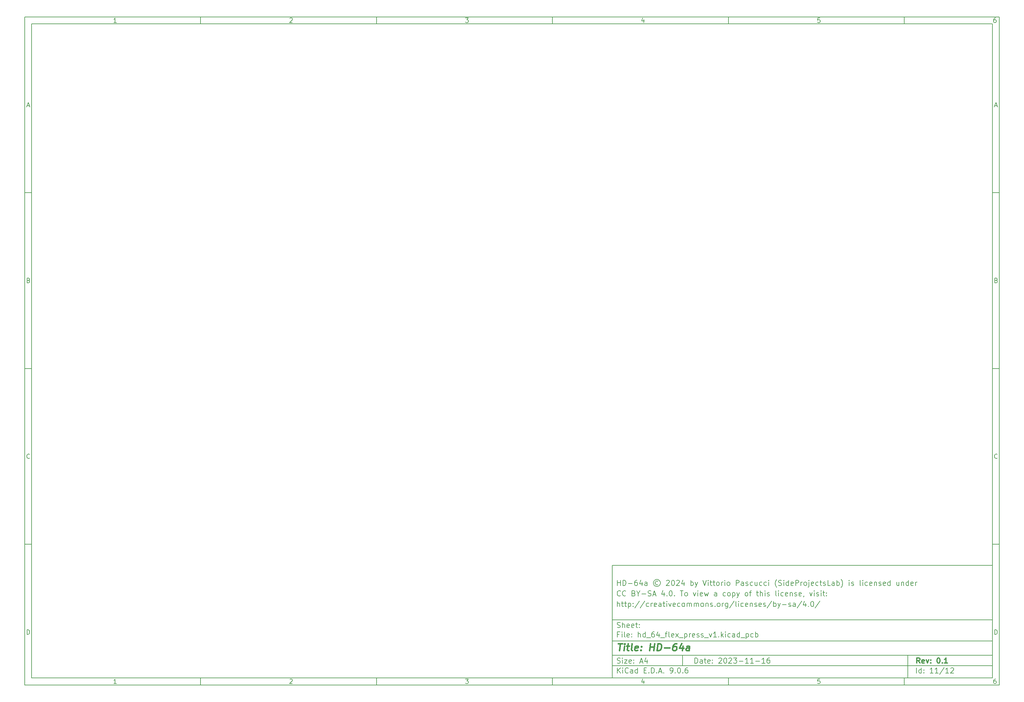
<source format=gbr>
%TF.GenerationSoftware,KiCad,Pcbnew,9.0.6*%
%TF.CreationDate,2025-11-27T00:01:33+01:00*%
%TF.ProjectId,hd_64_flex_press_v1,68645f36-345f-4666-9c65-785f70726573,0.1*%
%TF.SameCoordinates,PXd7966e0PY3c8eee0*%
%TF.FileFunction,AssemblyDrawing,Bot*%
%FSLAX46Y46*%
G04 Gerber Fmt 4.6, Leading zero omitted, Abs format (unit mm)*
G04 Created by KiCad (PCBNEW 9.0.6) date 2025-11-27 00:01:33*
%MOMM*%
%LPD*%
G01*
G04 APERTURE LIST*
%ADD10C,0.100000*%
%ADD11C,0.150000*%
%ADD12C,0.300000*%
%ADD13C,0.400000*%
G04 APERTURE END LIST*
D10*
D11*
X-49057800Y-102507200D02*
X58942200Y-102507200D01*
X58942200Y-134507200D01*
X-49057800Y-134507200D01*
X-49057800Y-102507200D01*
D10*
D11*
X-216060000Y53500000D02*
X60942200Y53500000D01*
X60942200Y-136507200D01*
X-216060000Y-136507200D01*
X-216060000Y53500000D01*
D10*
D11*
X-214060000Y51500000D02*
X58942200Y51500000D01*
X58942200Y-134507200D01*
X-214060000Y-134507200D01*
X-214060000Y51500000D01*
D10*
D11*
X-166060000Y51500000D02*
X-166060000Y53500000D01*
D10*
D11*
X-116060000Y51500000D02*
X-116060000Y53500000D01*
D10*
D11*
X-66060000Y51500000D02*
X-66060000Y53500000D01*
D10*
D11*
X-16060000Y51500000D02*
X-16060000Y53500000D01*
D10*
D11*
X33940000Y51500000D02*
X33940000Y53500000D01*
D10*
D11*
X-189970840Y51906396D02*
X-190713697Y51906396D01*
X-190342269Y51906396D02*
X-190342269Y53206396D01*
X-190342269Y53206396D02*
X-190466078Y53020681D01*
X-190466078Y53020681D02*
X-190589888Y52896872D01*
X-190589888Y52896872D02*
X-190713697Y52834967D01*
D10*
D11*
X-140713697Y53082586D02*
X-140651793Y53144491D01*
X-140651793Y53144491D02*
X-140527983Y53206396D01*
X-140527983Y53206396D02*
X-140218459Y53206396D01*
X-140218459Y53206396D02*
X-140094650Y53144491D01*
X-140094650Y53144491D02*
X-140032745Y53082586D01*
X-140032745Y53082586D02*
X-139970840Y52958777D01*
X-139970840Y52958777D02*
X-139970840Y52834967D01*
X-139970840Y52834967D02*
X-140032745Y52649253D01*
X-140032745Y52649253D02*
X-140775602Y51906396D01*
X-140775602Y51906396D02*
X-139970840Y51906396D01*
D10*
D11*
X-90775602Y53206396D02*
X-89970840Y53206396D01*
X-89970840Y53206396D02*
X-90404174Y52711158D01*
X-90404174Y52711158D02*
X-90218459Y52711158D01*
X-90218459Y52711158D02*
X-90094650Y52649253D01*
X-90094650Y52649253D02*
X-90032745Y52587348D01*
X-90032745Y52587348D02*
X-89970840Y52463539D01*
X-89970840Y52463539D02*
X-89970840Y52154015D01*
X-89970840Y52154015D02*
X-90032745Y52030205D01*
X-90032745Y52030205D02*
X-90094650Y51968300D01*
X-90094650Y51968300D02*
X-90218459Y51906396D01*
X-90218459Y51906396D02*
X-90589888Y51906396D01*
X-90589888Y51906396D02*
X-90713697Y51968300D01*
X-90713697Y51968300D02*
X-90775602Y52030205D01*
D10*
D11*
X-40094650Y52773062D02*
X-40094650Y51906396D01*
X-40404174Y53268300D02*
X-40713697Y52339729D01*
X-40713697Y52339729D02*
X-39908936Y52339729D01*
D10*
D11*
X9967255Y53206396D02*
X9348207Y53206396D01*
X9348207Y53206396D02*
X9286303Y52587348D01*
X9286303Y52587348D02*
X9348207Y52649253D01*
X9348207Y52649253D02*
X9472017Y52711158D01*
X9472017Y52711158D02*
X9781541Y52711158D01*
X9781541Y52711158D02*
X9905350Y52649253D01*
X9905350Y52649253D02*
X9967255Y52587348D01*
X9967255Y52587348D02*
X10029160Y52463539D01*
X10029160Y52463539D02*
X10029160Y52154015D01*
X10029160Y52154015D02*
X9967255Y52030205D01*
X9967255Y52030205D02*
X9905350Y51968300D01*
X9905350Y51968300D02*
X9781541Y51906396D01*
X9781541Y51906396D02*
X9472017Y51906396D01*
X9472017Y51906396D02*
X9348207Y51968300D01*
X9348207Y51968300D02*
X9286303Y52030205D01*
D10*
D11*
X59905350Y53206396D02*
X59657731Y53206396D01*
X59657731Y53206396D02*
X59533922Y53144491D01*
X59533922Y53144491D02*
X59472017Y53082586D01*
X59472017Y53082586D02*
X59348207Y52896872D01*
X59348207Y52896872D02*
X59286303Y52649253D01*
X59286303Y52649253D02*
X59286303Y52154015D01*
X59286303Y52154015D02*
X59348207Y52030205D01*
X59348207Y52030205D02*
X59410112Y51968300D01*
X59410112Y51968300D02*
X59533922Y51906396D01*
X59533922Y51906396D02*
X59781541Y51906396D01*
X59781541Y51906396D02*
X59905350Y51968300D01*
X59905350Y51968300D02*
X59967255Y52030205D01*
X59967255Y52030205D02*
X60029160Y52154015D01*
X60029160Y52154015D02*
X60029160Y52463539D01*
X60029160Y52463539D02*
X59967255Y52587348D01*
X59967255Y52587348D02*
X59905350Y52649253D01*
X59905350Y52649253D02*
X59781541Y52711158D01*
X59781541Y52711158D02*
X59533922Y52711158D01*
X59533922Y52711158D02*
X59410112Y52649253D01*
X59410112Y52649253D02*
X59348207Y52587348D01*
X59348207Y52587348D02*
X59286303Y52463539D01*
D10*
D11*
X-166060000Y-134507200D02*
X-166060000Y-136507200D01*
D10*
D11*
X-116060000Y-134507200D02*
X-116060000Y-136507200D01*
D10*
D11*
X-66060000Y-134507200D02*
X-66060000Y-136507200D01*
D10*
D11*
X-16060000Y-134507200D02*
X-16060000Y-136507200D01*
D10*
D11*
X33940000Y-134507200D02*
X33940000Y-136507200D01*
D10*
D11*
X-189970840Y-136100804D02*
X-190713697Y-136100804D01*
X-190342269Y-136100804D02*
X-190342269Y-134800804D01*
X-190342269Y-134800804D02*
X-190466078Y-134986519D01*
X-190466078Y-134986519D02*
X-190589888Y-135110328D01*
X-190589888Y-135110328D02*
X-190713697Y-135172233D01*
D10*
D11*
X-140713697Y-134924614D02*
X-140651793Y-134862709D01*
X-140651793Y-134862709D02*
X-140527983Y-134800804D01*
X-140527983Y-134800804D02*
X-140218459Y-134800804D01*
X-140218459Y-134800804D02*
X-140094650Y-134862709D01*
X-140094650Y-134862709D02*
X-140032745Y-134924614D01*
X-140032745Y-134924614D02*
X-139970840Y-135048423D01*
X-139970840Y-135048423D02*
X-139970840Y-135172233D01*
X-139970840Y-135172233D02*
X-140032745Y-135357947D01*
X-140032745Y-135357947D02*
X-140775602Y-136100804D01*
X-140775602Y-136100804D02*
X-139970840Y-136100804D01*
D10*
D11*
X-90775602Y-134800804D02*
X-89970840Y-134800804D01*
X-89970840Y-134800804D02*
X-90404174Y-135296042D01*
X-90404174Y-135296042D02*
X-90218459Y-135296042D01*
X-90218459Y-135296042D02*
X-90094650Y-135357947D01*
X-90094650Y-135357947D02*
X-90032745Y-135419852D01*
X-90032745Y-135419852D02*
X-89970840Y-135543661D01*
X-89970840Y-135543661D02*
X-89970840Y-135853185D01*
X-89970840Y-135853185D02*
X-90032745Y-135976995D01*
X-90032745Y-135976995D02*
X-90094650Y-136038900D01*
X-90094650Y-136038900D02*
X-90218459Y-136100804D01*
X-90218459Y-136100804D02*
X-90589888Y-136100804D01*
X-90589888Y-136100804D02*
X-90713697Y-136038900D01*
X-90713697Y-136038900D02*
X-90775602Y-135976995D01*
D10*
D11*
X-40094650Y-135234138D02*
X-40094650Y-136100804D01*
X-40404174Y-134738900D02*
X-40713697Y-135667471D01*
X-40713697Y-135667471D02*
X-39908936Y-135667471D01*
D10*
D11*
X9967255Y-134800804D02*
X9348207Y-134800804D01*
X9348207Y-134800804D02*
X9286303Y-135419852D01*
X9286303Y-135419852D02*
X9348207Y-135357947D01*
X9348207Y-135357947D02*
X9472017Y-135296042D01*
X9472017Y-135296042D02*
X9781541Y-135296042D01*
X9781541Y-135296042D02*
X9905350Y-135357947D01*
X9905350Y-135357947D02*
X9967255Y-135419852D01*
X9967255Y-135419852D02*
X10029160Y-135543661D01*
X10029160Y-135543661D02*
X10029160Y-135853185D01*
X10029160Y-135853185D02*
X9967255Y-135976995D01*
X9967255Y-135976995D02*
X9905350Y-136038900D01*
X9905350Y-136038900D02*
X9781541Y-136100804D01*
X9781541Y-136100804D02*
X9472017Y-136100804D01*
X9472017Y-136100804D02*
X9348207Y-136038900D01*
X9348207Y-136038900D02*
X9286303Y-135976995D01*
D10*
D11*
X59905350Y-134800804D02*
X59657731Y-134800804D01*
X59657731Y-134800804D02*
X59533922Y-134862709D01*
X59533922Y-134862709D02*
X59472017Y-134924614D01*
X59472017Y-134924614D02*
X59348207Y-135110328D01*
X59348207Y-135110328D02*
X59286303Y-135357947D01*
X59286303Y-135357947D02*
X59286303Y-135853185D01*
X59286303Y-135853185D02*
X59348207Y-135976995D01*
X59348207Y-135976995D02*
X59410112Y-136038900D01*
X59410112Y-136038900D02*
X59533922Y-136100804D01*
X59533922Y-136100804D02*
X59781541Y-136100804D01*
X59781541Y-136100804D02*
X59905350Y-136038900D01*
X59905350Y-136038900D02*
X59967255Y-135976995D01*
X59967255Y-135976995D02*
X60029160Y-135853185D01*
X60029160Y-135853185D02*
X60029160Y-135543661D01*
X60029160Y-135543661D02*
X59967255Y-135419852D01*
X59967255Y-135419852D02*
X59905350Y-135357947D01*
X59905350Y-135357947D02*
X59781541Y-135296042D01*
X59781541Y-135296042D02*
X59533922Y-135296042D01*
X59533922Y-135296042D02*
X59410112Y-135357947D01*
X59410112Y-135357947D02*
X59348207Y-135419852D01*
X59348207Y-135419852D02*
X59286303Y-135543661D01*
D10*
D11*
X-216060000Y3500000D02*
X-214060000Y3500000D01*
D10*
D11*
X-216060000Y-46500000D02*
X-214060000Y-46500000D01*
D10*
D11*
X-216060000Y-96500000D02*
X-214060000Y-96500000D01*
D10*
D11*
X-215369524Y28277824D02*
X-214750477Y28277824D01*
X-215493334Y27906396D02*
X-215060001Y29206396D01*
X-215060001Y29206396D02*
X-214626667Y27906396D01*
D10*
D11*
X-214967143Y-21412652D02*
X-214781429Y-21474557D01*
X-214781429Y-21474557D02*
X-214719524Y-21536461D01*
X-214719524Y-21536461D02*
X-214657620Y-21660271D01*
X-214657620Y-21660271D02*
X-214657620Y-21845985D01*
X-214657620Y-21845985D02*
X-214719524Y-21969795D01*
X-214719524Y-21969795D02*
X-214781429Y-22031700D01*
X-214781429Y-22031700D02*
X-214905239Y-22093604D01*
X-214905239Y-22093604D02*
X-215400477Y-22093604D01*
X-215400477Y-22093604D02*
X-215400477Y-20793604D01*
X-215400477Y-20793604D02*
X-214967143Y-20793604D01*
X-214967143Y-20793604D02*
X-214843334Y-20855509D01*
X-214843334Y-20855509D02*
X-214781429Y-20917414D01*
X-214781429Y-20917414D02*
X-214719524Y-21041223D01*
X-214719524Y-21041223D02*
X-214719524Y-21165033D01*
X-214719524Y-21165033D02*
X-214781429Y-21288842D01*
X-214781429Y-21288842D02*
X-214843334Y-21350747D01*
X-214843334Y-21350747D02*
X-214967143Y-21412652D01*
X-214967143Y-21412652D02*
X-215400477Y-21412652D01*
D10*
D11*
X-214657620Y-71969795D02*
X-214719524Y-72031700D01*
X-214719524Y-72031700D02*
X-214905239Y-72093604D01*
X-214905239Y-72093604D02*
X-215029048Y-72093604D01*
X-215029048Y-72093604D02*
X-215214762Y-72031700D01*
X-215214762Y-72031700D02*
X-215338572Y-71907890D01*
X-215338572Y-71907890D02*
X-215400477Y-71784080D01*
X-215400477Y-71784080D02*
X-215462381Y-71536461D01*
X-215462381Y-71536461D02*
X-215462381Y-71350747D01*
X-215462381Y-71350747D02*
X-215400477Y-71103128D01*
X-215400477Y-71103128D02*
X-215338572Y-70979319D01*
X-215338572Y-70979319D02*
X-215214762Y-70855509D01*
X-215214762Y-70855509D02*
X-215029048Y-70793604D01*
X-215029048Y-70793604D02*
X-214905239Y-70793604D01*
X-214905239Y-70793604D02*
X-214719524Y-70855509D01*
X-214719524Y-70855509D02*
X-214657620Y-70917414D01*
D10*
D11*
X-215400477Y-122093604D02*
X-215400477Y-120793604D01*
X-215400477Y-120793604D02*
X-215090953Y-120793604D01*
X-215090953Y-120793604D02*
X-214905239Y-120855509D01*
X-214905239Y-120855509D02*
X-214781429Y-120979319D01*
X-214781429Y-120979319D02*
X-214719524Y-121103128D01*
X-214719524Y-121103128D02*
X-214657620Y-121350747D01*
X-214657620Y-121350747D02*
X-214657620Y-121536461D01*
X-214657620Y-121536461D02*
X-214719524Y-121784080D01*
X-214719524Y-121784080D02*
X-214781429Y-121907890D01*
X-214781429Y-121907890D02*
X-214905239Y-122031700D01*
X-214905239Y-122031700D02*
X-215090953Y-122093604D01*
X-215090953Y-122093604D02*
X-215400477Y-122093604D01*
D10*
D11*
X60942200Y3500000D02*
X58942200Y3500000D01*
D10*
D11*
X60942200Y-46500000D02*
X58942200Y-46500000D01*
D10*
D11*
X60942200Y-96500000D02*
X58942200Y-96500000D01*
D10*
D11*
X59632676Y28277824D02*
X60251723Y28277824D01*
X59508866Y27906396D02*
X59942199Y29206396D01*
X59942199Y29206396D02*
X60375533Y27906396D01*
D10*
D11*
X60035057Y-21412652D02*
X60220771Y-21474557D01*
X60220771Y-21474557D02*
X60282676Y-21536461D01*
X60282676Y-21536461D02*
X60344580Y-21660271D01*
X60344580Y-21660271D02*
X60344580Y-21845985D01*
X60344580Y-21845985D02*
X60282676Y-21969795D01*
X60282676Y-21969795D02*
X60220771Y-22031700D01*
X60220771Y-22031700D02*
X60096961Y-22093604D01*
X60096961Y-22093604D02*
X59601723Y-22093604D01*
X59601723Y-22093604D02*
X59601723Y-20793604D01*
X59601723Y-20793604D02*
X60035057Y-20793604D01*
X60035057Y-20793604D02*
X60158866Y-20855509D01*
X60158866Y-20855509D02*
X60220771Y-20917414D01*
X60220771Y-20917414D02*
X60282676Y-21041223D01*
X60282676Y-21041223D02*
X60282676Y-21165033D01*
X60282676Y-21165033D02*
X60220771Y-21288842D01*
X60220771Y-21288842D02*
X60158866Y-21350747D01*
X60158866Y-21350747D02*
X60035057Y-21412652D01*
X60035057Y-21412652D02*
X59601723Y-21412652D01*
D10*
D11*
X60344580Y-71969795D02*
X60282676Y-72031700D01*
X60282676Y-72031700D02*
X60096961Y-72093604D01*
X60096961Y-72093604D02*
X59973152Y-72093604D01*
X59973152Y-72093604D02*
X59787438Y-72031700D01*
X59787438Y-72031700D02*
X59663628Y-71907890D01*
X59663628Y-71907890D02*
X59601723Y-71784080D01*
X59601723Y-71784080D02*
X59539819Y-71536461D01*
X59539819Y-71536461D02*
X59539819Y-71350747D01*
X59539819Y-71350747D02*
X59601723Y-71103128D01*
X59601723Y-71103128D02*
X59663628Y-70979319D01*
X59663628Y-70979319D02*
X59787438Y-70855509D01*
X59787438Y-70855509D02*
X59973152Y-70793604D01*
X59973152Y-70793604D02*
X60096961Y-70793604D01*
X60096961Y-70793604D02*
X60282676Y-70855509D01*
X60282676Y-70855509D02*
X60344580Y-70917414D01*
D10*
D11*
X59601723Y-122093604D02*
X59601723Y-120793604D01*
X59601723Y-120793604D02*
X59911247Y-120793604D01*
X59911247Y-120793604D02*
X60096961Y-120855509D01*
X60096961Y-120855509D02*
X60220771Y-120979319D01*
X60220771Y-120979319D02*
X60282676Y-121103128D01*
X60282676Y-121103128D02*
X60344580Y-121350747D01*
X60344580Y-121350747D02*
X60344580Y-121536461D01*
X60344580Y-121536461D02*
X60282676Y-121784080D01*
X60282676Y-121784080D02*
X60220771Y-121907890D01*
X60220771Y-121907890D02*
X60096961Y-122031700D01*
X60096961Y-122031700D02*
X59911247Y-122093604D01*
X59911247Y-122093604D02*
X59601723Y-122093604D01*
D10*
D11*
X-25601974Y-130293328D02*
X-25601974Y-128793328D01*
X-25601974Y-128793328D02*
X-25244831Y-128793328D01*
X-25244831Y-128793328D02*
X-25030545Y-128864757D01*
X-25030545Y-128864757D02*
X-24887688Y-129007614D01*
X-24887688Y-129007614D02*
X-24816259Y-129150471D01*
X-24816259Y-129150471D02*
X-24744831Y-129436185D01*
X-24744831Y-129436185D02*
X-24744831Y-129650471D01*
X-24744831Y-129650471D02*
X-24816259Y-129936185D01*
X-24816259Y-129936185D02*
X-24887688Y-130079042D01*
X-24887688Y-130079042D02*
X-25030545Y-130221900D01*
X-25030545Y-130221900D02*
X-25244831Y-130293328D01*
X-25244831Y-130293328D02*
X-25601974Y-130293328D01*
X-23459116Y-130293328D02*
X-23459116Y-129507614D01*
X-23459116Y-129507614D02*
X-23530545Y-129364757D01*
X-23530545Y-129364757D02*
X-23673402Y-129293328D01*
X-23673402Y-129293328D02*
X-23959116Y-129293328D01*
X-23959116Y-129293328D02*
X-24101974Y-129364757D01*
X-23459116Y-130221900D02*
X-23601974Y-130293328D01*
X-23601974Y-130293328D02*
X-23959116Y-130293328D01*
X-23959116Y-130293328D02*
X-24101974Y-130221900D01*
X-24101974Y-130221900D02*
X-24173402Y-130079042D01*
X-24173402Y-130079042D02*
X-24173402Y-129936185D01*
X-24173402Y-129936185D02*
X-24101974Y-129793328D01*
X-24101974Y-129793328D02*
X-23959116Y-129721900D01*
X-23959116Y-129721900D02*
X-23601974Y-129721900D01*
X-23601974Y-129721900D02*
X-23459116Y-129650471D01*
X-22959116Y-129293328D02*
X-22387688Y-129293328D01*
X-22744831Y-128793328D02*
X-22744831Y-130079042D01*
X-22744831Y-130079042D02*
X-22673402Y-130221900D01*
X-22673402Y-130221900D02*
X-22530545Y-130293328D01*
X-22530545Y-130293328D02*
X-22387688Y-130293328D01*
X-21316259Y-130221900D02*
X-21459116Y-130293328D01*
X-21459116Y-130293328D02*
X-21744830Y-130293328D01*
X-21744830Y-130293328D02*
X-21887688Y-130221900D01*
X-21887688Y-130221900D02*
X-21959116Y-130079042D01*
X-21959116Y-130079042D02*
X-21959116Y-129507614D01*
X-21959116Y-129507614D02*
X-21887688Y-129364757D01*
X-21887688Y-129364757D02*
X-21744830Y-129293328D01*
X-21744830Y-129293328D02*
X-21459116Y-129293328D01*
X-21459116Y-129293328D02*
X-21316259Y-129364757D01*
X-21316259Y-129364757D02*
X-21244830Y-129507614D01*
X-21244830Y-129507614D02*
X-21244830Y-129650471D01*
X-21244830Y-129650471D02*
X-21959116Y-129793328D01*
X-20601974Y-130150471D02*
X-20530545Y-130221900D01*
X-20530545Y-130221900D02*
X-20601974Y-130293328D01*
X-20601974Y-130293328D02*
X-20673402Y-130221900D01*
X-20673402Y-130221900D02*
X-20601974Y-130150471D01*
X-20601974Y-130150471D02*
X-20601974Y-130293328D01*
X-20601974Y-129364757D02*
X-20530545Y-129436185D01*
X-20530545Y-129436185D02*
X-20601974Y-129507614D01*
X-20601974Y-129507614D02*
X-20673402Y-129436185D01*
X-20673402Y-129436185D02*
X-20601974Y-129364757D01*
X-20601974Y-129364757D02*
X-20601974Y-129507614D01*
X-18816259Y-128936185D02*
X-18744831Y-128864757D01*
X-18744831Y-128864757D02*
X-18601973Y-128793328D01*
X-18601973Y-128793328D02*
X-18244831Y-128793328D01*
X-18244831Y-128793328D02*
X-18101973Y-128864757D01*
X-18101973Y-128864757D02*
X-18030545Y-128936185D01*
X-18030545Y-128936185D02*
X-17959116Y-129079042D01*
X-17959116Y-129079042D02*
X-17959116Y-129221900D01*
X-17959116Y-129221900D02*
X-18030545Y-129436185D01*
X-18030545Y-129436185D02*
X-18887688Y-130293328D01*
X-18887688Y-130293328D02*
X-17959116Y-130293328D01*
X-17030545Y-128793328D02*
X-16887688Y-128793328D01*
X-16887688Y-128793328D02*
X-16744831Y-128864757D01*
X-16744831Y-128864757D02*
X-16673402Y-128936185D01*
X-16673402Y-128936185D02*
X-16601974Y-129079042D01*
X-16601974Y-129079042D02*
X-16530545Y-129364757D01*
X-16530545Y-129364757D02*
X-16530545Y-129721900D01*
X-16530545Y-129721900D02*
X-16601974Y-130007614D01*
X-16601974Y-130007614D02*
X-16673402Y-130150471D01*
X-16673402Y-130150471D02*
X-16744831Y-130221900D01*
X-16744831Y-130221900D02*
X-16887688Y-130293328D01*
X-16887688Y-130293328D02*
X-17030545Y-130293328D01*
X-17030545Y-130293328D02*
X-17173402Y-130221900D01*
X-17173402Y-130221900D02*
X-17244831Y-130150471D01*
X-17244831Y-130150471D02*
X-17316260Y-130007614D01*
X-17316260Y-130007614D02*
X-17387688Y-129721900D01*
X-17387688Y-129721900D02*
X-17387688Y-129364757D01*
X-17387688Y-129364757D02*
X-17316260Y-129079042D01*
X-17316260Y-129079042D02*
X-17244831Y-128936185D01*
X-17244831Y-128936185D02*
X-17173402Y-128864757D01*
X-17173402Y-128864757D02*
X-17030545Y-128793328D01*
X-15959117Y-128936185D02*
X-15887689Y-128864757D01*
X-15887689Y-128864757D02*
X-15744831Y-128793328D01*
X-15744831Y-128793328D02*
X-15387689Y-128793328D01*
X-15387689Y-128793328D02*
X-15244831Y-128864757D01*
X-15244831Y-128864757D02*
X-15173403Y-128936185D01*
X-15173403Y-128936185D02*
X-15101974Y-129079042D01*
X-15101974Y-129079042D02*
X-15101974Y-129221900D01*
X-15101974Y-129221900D02*
X-15173403Y-129436185D01*
X-15173403Y-129436185D02*
X-16030546Y-130293328D01*
X-16030546Y-130293328D02*
X-15101974Y-130293328D01*
X-14601975Y-128793328D02*
X-13673403Y-128793328D01*
X-13673403Y-128793328D02*
X-14173403Y-129364757D01*
X-14173403Y-129364757D02*
X-13959118Y-129364757D01*
X-13959118Y-129364757D02*
X-13816260Y-129436185D01*
X-13816260Y-129436185D02*
X-13744832Y-129507614D01*
X-13744832Y-129507614D02*
X-13673403Y-129650471D01*
X-13673403Y-129650471D02*
X-13673403Y-130007614D01*
X-13673403Y-130007614D02*
X-13744832Y-130150471D01*
X-13744832Y-130150471D02*
X-13816260Y-130221900D01*
X-13816260Y-130221900D02*
X-13959118Y-130293328D01*
X-13959118Y-130293328D02*
X-14387689Y-130293328D01*
X-14387689Y-130293328D02*
X-14530546Y-130221900D01*
X-14530546Y-130221900D02*
X-14601975Y-130150471D01*
X-13030547Y-129721900D02*
X-11887689Y-129721900D01*
X-10387689Y-130293328D02*
X-11244832Y-130293328D01*
X-10816261Y-130293328D02*
X-10816261Y-128793328D01*
X-10816261Y-128793328D02*
X-10959118Y-129007614D01*
X-10959118Y-129007614D02*
X-11101975Y-129150471D01*
X-11101975Y-129150471D02*
X-11244832Y-129221900D01*
X-8959118Y-130293328D02*
X-9816261Y-130293328D01*
X-9387690Y-130293328D02*
X-9387690Y-128793328D01*
X-9387690Y-128793328D02*
X-9530547Y-129007614D01*
X-9530547Y-129007614D02*
X-9673404Y-129150471D01*
X-9673404Y-129150471D02*
X-9816261Y-129221900D01*
X-8316262Y-129721900D02*
X-7173404Y-129721900D01*
X-5673404Y-130293328D02*
X-6530547Y-130293328D01*
X-6101976Y-130293328D02*
X-6101976Y-128793328D01*
X-6101976Y-128793328D02*
X-6244833Y-129007614D01*
X-6244833Y-129007614D02*
X-6387690Y-129150471D01*
X-6387690Y-129150471D02*
X-6530547Y-129221900D01*
X-4387690Y-128793328D02*
X-4673405Y-128793328D01*
X-4673405Y-128793328D02*
X-4816262Y-128864757D01*
X-4816262Y-128864757D02*
X-4887690Y-128936185D01*
X-4887690Y-128936185D02*
X-5030548Y-129150471D01*
X-5030548Y-129150471D02*
X-5101976Y-129436185D01*
X-5101976Y-129436185D02*
X-5101976Y-130007614D01*
X-5101976Y-130007614D02*
X-5030548Y-130150471D01*
X-5030548Y-130150471D02*
X-4959119Y-130221900D01*
X-4959119Y-130221900D02*
X-4816262Y-130293328D01*
X-4816262Y-130293328D02*
X-4530548Y-130293328D01*
X-4530548Y-130293328D02*
X-4387690Y-130221900D01*
X-4387690Y-130221900D02*
X-4316262Y-130150471D01*
X-4316262Y-130150471D02*
X-4244833Y-130007614D01*
X-4244833Y-130007614D02*
X-4244833Y-129650471D01*
X-4244833Y-129650471D02*
X-4316262Y-129507614D01*
X-4316262Y-129507614D02*
X-4387690Y-129436185D01*
X-4387690Y-129436185D02*
X-4530548Y-129364757D01*
X-4530548Y-129364757D02*
X-4816262Y-129364757D01*
X-4816262Y-129364757D02*
X-4959119Y-129436185D01*
X-4959119Y-129436185D02*
X-5030548Y-129507614D01*
X-5030548Y-129507614D02*
X-5101976Y-129650471D01*
D10*
D11*
X-49057800Y-131007200D02*
X58942200Y-131007200D01*
D10*
D11*
X-47601974Y-133093328D02*
X-47601974Y-131593328D01*
X-46744831Y-133093328D02*
X-47387688Y-132236185D01*
X-46744831Y-131593328D02*
X-47601974Y-132450471D01*
X-46101974Y-133093328D02*
X-46101974Y-132093328D01*
X-46101974Y-131593328D02*
X-46173402Y-131664757D01*
X-46173402Y-131664757D02*
X-46101974Y-131736185D01*
X-46101974Y-131736185D02*
X-46030545Y-131664757D01*
X-46030545Y-131664757D02*
X-46101974Y-131593328D01*
X-46101974Y-131593328D02*
X-46101974Y-131736185D01*
X-44530545Y-132950471D02*
X-44601973Y-133021900D01*
X-44601973Y-133021900D02*
X-44816259Y-133093328D01*
X-44816259Y-133093328D02*
X-44959116Y-133093328D01*
X-44959116Y-133093328D02*
X-45173402Y-133021900D01*
X-45173402Y-133021900D02*
X-45316259Y-132879042D01*
X-45316259Y-132879042D02*
X-45387688Y-132736185D01*
X-45387688Y-132736185D02*
X-45459116Y-132450471D01*
X-45459116Y-132450471D02*
X-45459116Y-132236185D01*
X-45459116Y-132236185D02*
X-45387688Y-131950471D01*
X-45387688Y-131950471D02*
X-45316259Y-131807614D01*
X-45316259Y-131807614D02*
X-45173402Y-131664757D01*
X-45173402Y-131664757D02*
X-44959116Y-131593328D01*
X-44959116Y-131593328D02*
X-44816259Y-131593328D01*
X-44816259Y-131593328D02*
X-44601973Y-131664757D01*
X-44601973Y-131664757D02*
X-44530545Y-131736185D01*
X-43244830Y-133093328D02*
X-43244830Y-132307614D01*
X-43244830Y-132307614D02*
X-43316259Y-132164757D01*
X-43316259Y-132164757D02*
X-43459116Y-132093328D01*
X-43459116Y-132093328D02*
X-43744830Y-132093328D01*
X-43744830Y-132093328D02*
X-43887688Y-132164757D01*
X-43244830Y-133021900D02*
X-43387688Y-133093328D01*
X-43387688Y-133093328D02*
X-43744830Y-133093328D01*
X-43744830Y-133093328D02*
X-43887688Y-133021900D01*
X-43887688Y-133021900D02*
X-43959116Y-132879042D01*
X-43959116Y-132879042D02*
X-43959116Y-132736185D01*
X-43959116Y-132736185D02*
X-43887688Y-132593328D01*
X-43887688Y-132593328D02*
X-43744830Y-132521900D01*
X-43744830Y-132521900D02*
X-43387688Y-132521900D01*
X-43387688Y-132521900D02*
X-43244830Y-132450471D01*
X-41887687Y-133093328D02*
X-41887687Y-131593328D01*
X-41887687Y-133021900D02*
X-42030545Y-133093328D01*
X-42030545Y-133093328D02*
X-42316259Y-133093328D01*
X-42316259Y-133093328D02*
X-42459116Y-133021900D01*
X-42459116Y-133021900D02*
X-42530545Y-132950471D01*
X-42530545Y-132950471D02*
X-42601973Y-132807614D01*
X-42601973Y-132807614D02*
X-42601973Y-132379042D01*
X-42601973Y-132379042D02*
X-42530545Y-132236185D01*
X-42530545Y-132236185D02*
X-42459116Y-132164757D01*
X-42459116Y-132164757D02*
X-42316259Y-132093328D01*
X-42316259Y-132093328D02*
X-42030545Y-132093328D01*
X-42030545Y-132093328D02*
X-41887687Y-132164757D01*
X-40030545Y-132307614D02*
X-39530545Y-132307614D01*
X-39316259Y-133093328D02*
X-40030545Y-133093328D01*
X-40030545Y-133093328D02*
X-40030545Y-131593328D01*
X-40030545Y-131593328D02*
X-39316259Y-131593328D01*
X-38673402Y-132950471D02*
X-38601973Y-133021900D01*
X-38601973Y-133021900D02*
X-38673402Y-133093328D01*
X-38673402Y-133093328D02*
X-38744830Y-133021900D01*
X-38744830Y-133021900D02*
X-38673402Y-132950471D01*
X-38673402Y-132950471D02*
X-38673402Y-133093328D01*
X-37959116Y-133093328D02*
X-37959116Y-131593328D01*
X-37959116Y-131593328D02*
X-37601973Y-131593328D01*
X-37601973Y-131593328D02*
X-37387687Y-131664757D01*
X-37387687Y-131664757D02*
X-37244830Y-131807614D01*
X-37244830Y-131807614D02*
X-37173401Y-131950471D01*
X-37173401Y-131950471D02*
X-37101973Y-132236185D01*
X-37101973Y-132236185D02*
X-37101973Y-132450471D01*
X-37101973Y-132450471D02*
X-37173401Y-132736185D01*
X-37173401Y-132736185D02*
X-37244830Y-132879042D01*
X-37244830Y-132879042D02*
X-37387687Y-133021900D01*
X-37387687Y-133021900D02*
X-37601973Y-133093328D01*
X-37601973Y-133093328D02*
X-37959116Y-133093328D01*
X-36459116Y-132950471D02*
X-36387687Y-133021900D01*
X-36387687Y-133021900D02*
X-36459116Y-133093328D01*
X-36459116Y-133093328D02*
X-36530544Y-133021900D01*
X-36530544Y-133021900D02*
X-36459116Y-132950471D01*
X-36459116Y-132950471D02*
X-36459116Y-133093328D01*
X-35816258Y-132664757D02*
X-35101972Y-132664757D01*
X-35959115Y-133093328D02*
X-35459115Y-131593328D01*
X-35459115Y-131593328D02*
X-34959115Y-133093328D01*
X-34459116Y-132950471D02*
X-34387687Y-133021900D01*
X-34387687Y-133021900D02*
X-34459116Y-133093328D01*
X-34459116Y-133093328D02*
X-34530544Y-133021900D01*
X-34530544Y-133021900D02*
X-34459116Y-132950471D01*
X-34459116Y-132950471D02*
X-34459116Y-133093328D01*
X-32530544Y-133093328D02*
X-32244830Y-133093328D01*
X-32244830Y-133093328D02*
X-32101973Y-133021900D01*
X-32101973Y-133021900D02*
X-32030544Y-132950471D01*
X-32030544Y-132950471D02*
X-31887687Y-132736185D01*
X-31887687Y-132736185D02*
X-31816258Y-132450471D01*
X-31816258Y-132450471D02*
X-31816258Y-131879042D01*
X-31816258Y-131879042D02*
X-31887687Y-131736185D01*
X-31887687Y-131736185D02*
X-31959115Y-131664757D01*
X-31959115Y-131664757D02*
X-32101973Y-131593328D01*
X-32101973Y-131593328D02*
X-32387687Y-131593328D01*
X-32387687Y-131593328D02*
X-32530544Y-131664757D01*
X-32530544Y-131664757D02*
X-32601973Y-131736185D01*
X-32601973Y-131736185D02*
X-32673401Y-131879042D01*
X-32673401Y-131879042D02*
X-32673401Y-132236185D01*
X-32673401Y-132236185D02*
X-32601973Y-132379042D01*
X-32601973Y-132379042D02*
X-32530544Y-132450471D01*
X-32530544Y-132450471D02*
X-32387687Y-132521900D01*
X-32387687Y-132521900D02*
X-32101973Y-132521900D01*
X-32101973Y-132521900D02*
X-31959115Y-132450471D01*
X-31959115Y-132450471D02*
X-31887687Y-132379042D01*
X-31887687Y-132379042D02*
X-31816258Y-132236185D01*
X-31173402Y-132950471D02*
X-31101973Y-133021900D01*
X-31101973Y-133021900D02*
X-31173402Y-133093328D01*
X-31173402Y-133093328D02*
X-31244830Y-133021900D01*
X-31244830Y-133021900D02*
X-31173402Y-132950471D01*
X-31173402Y-132950471D02*
X-31173402Y-133093328D01*
X-30173401Y-131593328D02*
X-30030544Y-131593328D01*
X-30030544Y-131593328D02*
X-29887687Y-131664757D01*
X-29887687Y-131664757D02*
X-29816258Y-131736185D01*
X-29816258Y-131736185D02*
X-29744830Y-131879042D01*
X-29744830Y-131879042D02*
X-29673401Y-132164757D01*
X-29673401Y-132164757D02*
X-29673401Y-132521900D01*
X-29673401Y-132521900D02*
X-29744830Y-132807614D01*
X-29744830Y-132807614D02*
X-29816258Y-132950471D01*
X-29816258Y-132950471D02*
X-29887687Y-133021900D01*
X-29887687Y-133021900D02*
X-30030544Y-133093328D01*
X-30030544Y-133093328D02*
X-30173401Y-133093328D01*
X-30173401Y-133093328D02*
X-30316258Y-133021900D01*
X-30316258Y-133021900D02*
X-30387687Y-132950471D01*
X-30387687Y-132950471D02*
X-30459116Y-132807614D01*
X-30459116Y-132807614D02*
X-30530544Y-132521900D01*
X-30530544Y-132521900D02*
X-30530544Y-132164757D01*
X-30530544Y-132164757D02*
X-30459116Y-131879042D01*
X-30459116Y-131879042D02*
X-30387687Y-131736185D01*
X-30387687Y-131736185D02*
X-30316258Y-131664757D01*
X-30316258Y-131664757D02*
X-30173401Y-131593328D01*
X-29030545Y-132950471D02*
X-28959116Y-133021900D01*
X-28959116Y-133021900D02*
X-29030545Y-133093328D01*
X-29030545Y-133093328D02*
X-29101973Y-133021900D01*
X-29101973Y-133021900D02*
X-29030545Y-132950471D01*
X-29030545Y-132950471D02*
X-29030545Y-133093328D01*
X-27673401Y-131593328D02*
X-27959116Y-131593328D01*
X-27959116Y-131593328D02*
X-28101973Y-131664757D01*
X-28101973Y-131664757D02*
X-28173401Y-131736185D01*
X-28173401Y-131736185D02*
X-28316259Y-131950471D01*
X-28316259Y-131950471D02*
X-28387687Y-132236185D01*
X-28387687Y-132236185D02*
X-28387687Y-132807614D01*
X-28387687Y-132807614D02*
X-28316259Y-132950471D01*
X-28316259Y-132950471D02*
X-28244830Y-133021900D01*
X-28244830Y-133021900D02*
X-28101973Y-133093328D01*
X-28101973Y-133093328D02*
X-27816259Y-133093328D01*
X-27816259Y-133093328D02*
X-27673401Y-133021900D01*
X-27673401Y-133021900D02*
X-27601973Y-132950471D01*
X-27601973Y-132950471D02*
X-27530544Y-132807614D01*
X-27530544Y-132807614D02*
X-27530544Y-132450471D01*
X-27530544Y-132450471D02*
X-27601973Y-132307614D01*
X-27601973Y-132307614D02*
X-27673401Y-132236185D01*
X-27673401Y-132236185D02*
X-27816259Y-132164757D01*
X-27816259Y-132164757D02*
X-28101973Y-132164757D01*
X-28101973Y-132164757D02*
X-28244830Y-132236185D01*
X-28244830Y-132236185D02*
X-28316259Y-132307614D01*
X-28316259Y-132307614D02*
X-28387687Y-132450471D01*
D10*
D11*
X-49057800Y-128007200D02*
X58942200Y-128007200D01*
D10*
D12*
X38353853Y-130285528D02*
X37853853Y-129571242D01*
X37496710Y-130285528D02*
X37496710Y-128785528D01*
X37496710Y-128785528D02*
X38068139Y-128785528D01*
X38068139Y-128785528D02*
X38210996Y-128856957D01*
X38210996Y-128856957D02*
X38282425Y-128928385D01*
X38282425Y-128928385D02*
X38353853Y-129071242D01*
X38353853Y-129071242D02*
X38353853Y-129285528D01*
X38353853Y-129285528D02*
X38282425Y-129428385D01*
X38282425Y-129428385D02*
X38210996Y-129499814D01*
X38210996Y-129499814D02*
X38068139Y-129571242D01*
X38068139Y-129571242D02*
X37496710Y-129571242D01*
X39568139Y-130214100D02*
X39425282Y-130285528D01*
X39425282Y-130285528D02*
X39139568Y-130285528D01*
X39139568Y-130285528D02*
X38996710Y-130214100D01*
X38996710Y-130214100D02*
X38925282Y-130071242D01*
X38925282Y-130071242D02*
X38925282Y-129499814D01*
X38925282Y-129499814D02*
X38996710Y-129356957D01*
X38996710Y-129356957D02*
X39139568Y-129285528D01*
X39139568Y-129285528D02*
X39425282Y-129285528D01*
X39425282Y-129285528D02*
X39568139Y-129356957D01*
X39568139Y-129356957D02*
X39639568Y-129499814D01*
X39639568Y-129499814D02*
X39639568Y-129642671D01*
X39639568Y-129642671D02*
X38925282Y-129785528D01*
X40139567Y-129285528D02*
X40496710Y-130285528D01*
X40496710Y-130285528D02*
X40853853Y-129285528D01*
X41425281Y-130142671D02*
X41496710Y-130214100D01*
X41496710Y-130214100D02*
X41425281Y-130285528D01*
X41425281Y-130285528D02*
X41353853Y-130214100D01*
X41353853Y-130214100D02*
X41425281Y-130142671D01*
X41425281Y-130142671D02*
X41425281Y-130285528D01*
X41425281Y-129356957D02*
X41496710Y-129428385D01*
X41496710Y-129428385D02*
X41425281Y-129499814D01*
X41425281Y-129499814D02*
X41353853Y-129428385D01*
X41353853Y-129428385D02*
X41425281Y-129356957D01*
X41425281Y-129356957D02*
X41425281Y-129499814D01*
X43568139Y-128785528D02*
X43710996Y-128785528D01*
X43710996Y-128785528D02*
X43853853Y-128856957D01*
X43853853Y-128856957D02*
X43925282Y-128928385D01*
X43925282Y-128928385D02*
X43996710Y-129071242D01*
X43996710Y-129071242D02*
X44068139Y-129356957D01*
X44068139Y-129356957D02*
X44068139Y-129714100D01*
X44068139Y-129714100D02*
X43996710Y-129999814D01*
X43996710Y-129999814D02*
X43925282Y-130142671D01*
X43925282Y-130142671D02*
X43853853Y-130214100D01*
X43853853Y-130214100D02*
X43710996Y-130285528D01*
X43710996Y-130285528D02*
X43568139Y-130285528D01*
X43568139Y-130285528D02*
X43425282Y-130214100D01*
X43425282Y-130214100D02*
X43353853Y-130142671D01*
X43353853Y-130142671D02*
X43282424Y-129999814D01*
X43282424Y-129999814D02*
X43210996Y-129714100D01*
X43210996Y-129714100D02*
X43210996Y-129356957D01*
X43210996Y-129356957D02*
X43282424Y-129071242D01*
X43282424Y-129071242D02*
X43353853Y-128928385D01*
X43353853Y-128928385D02*
X43425282Y-128856957D01*
X43425282Y-128856957D02*
X43568139Y-128785528D01*
X44710995Y-130142671D02*
X44782424Y-130214100D01*
X44782424Y-130214100D02*
X44710995Y-130285528D01*
X44710995Y-130285528D02*
X44639567Y-130214100D01*
X44639567Y-130214100D02*
X44710995Y-130142671D01*
X44710995Y-130142671D02*
X44710995Y-130285528D01*
X46210996Y-130285528D02*
X45353853Y-130285528D01*
X45782424Y-130285528D02*
X45782424Y-128785528D01*
X45782424Y-128785528D02*
X45639567Y-128999814D01*
X45639567Y-128999814D02*
X45496710Y-129142671D01*
X45496710Y-129142671D02*
X45353853Y-129214100D01*
D10*
D11*
X-47673402Y-130221900D02*
X-47459116Y-130293328D01*
X-47459116Y-130293328D02*
X-47101974Y-130293328D01*
X-47101974Y-130293328D02*
X-46959116Y-130221900D01*
X-46959116Y-130221900D02*
X-46887688Y-130150471D01*
X-46887688Y-130150471D02*
X-46816259Y-130007614D01*
X-46816259Y-130007614D02*
X-46816259Y-129864757D01*
X-46816259Y-129864757D02*
X-46887688Y-129721900D01*
X-46887688Y-129721900D02*
X-46959116Y-129650471D01*
X-46959116Y-129650471D02*
X-47101974Y-129579042D01*
X-47101974Y-129579042D02*
X-47387688Y-129507614D01*
X-47387688Y-129507614D02*
X-47530545Y-129436185D01*
X-47530545Y-129436185D02*
X-47601974Y-129364757D01*
X-47601974Y-129364757D02*
X-47673402Y-129221900D01*
X-47673402Y-129221900D02*
X-47673402Y-129079042D01*
X-47673402Y-129079042D02*
X-47601974Y-128936185D01*
X-47601974Y-128936185D02*
X-47530545Y-128864757D01*
X-47530545Y-128864757D02*
X-47387688Y-128793328D01*
X-47387688Y-128793328D02*
X-47030545Y-128793328D01*
X-47030545Y-128793328D02*
X-46816259Y-128864757D01*
X-46173403Y-130293328D02*
X-46173403Y-129293328D01*
X-46173403Y-128793328D02*
X-46244831Y-128864757D01*
X-46244831Y-128864757D02*
X-46173403Y-128936185D01*
X-46173403Y-128936185D02*
X-46101974Y-128864757D01*
X-46101974Y-128864757D02*
X-46173403Y-128793328D01*
X-46173403Y-128793328D02*
X-46173403Y-128936185D01*
X-45601974Y-129293328D02*
X-44816259Y-129293328D01*
X-44816259Y-129293328D02*
X-45601974Y-130293328D01*
X-45601974Y-130293328D02*
X-44816259Y-130293328D01*
X-43673402Y-130221900D02*
X-43816259Y-130293328D01*
X-43816259Y-130293328D02*
X-44101973Y-130293328D01*
X-44101973Y-130293328D02*
X-44244831Y-130221900D01*
X-44244831Y-130221900D02*
X-44316259Y-130079042D01*
X-44316259Y-130079042D02*
X-44316259Y-129507614D01*
X-44316259Y-129507614D02*
X-44244831Y-129364757D01*
X-44244831Y-129364757D02*
X-44101973Y-129293328D01*
X-44101973Y-129293328D02*
X-43816259Y-129293328D01*
X-43816259Y-129293328D02*
X-43673402Y-129364757D01*
X-43673402Y-129364757D02*
X-43601973Y-129507614D01*
X-43601973Y-129507614D02*
X-43601973Y-129650471D01*
X-43601973Y-129650471D02*
X-44316259Y-129793328D01*
X-42959117Y-130150471D02*
X-42887688Y-130221900D01*
X-42887688Y-130221900D02*
X-42959117Y-130293328D01*
X-42959117Y-130293328D02*
X-43030545Y-130221900D01*
X-43030545Y-130221900D02*
X-42959117Y-130150471D01*
X-42959117Y-130150471D02*
X-42959117Y-130293328D01*
X-42959117Y-129364757D02*
X-42887688Y-129436185D01*
X-42887688Y-129436185D02*
X-42959117Y-129507614D01*
X-42959117Y-129507614D02*
X-43030545Y-129436185D01*
X-43030545Y-129436185D02*
X-42959117Y-129364757D01*
X-42959117Y-129364757D02*
X-42959117Y-129507614D01*
X-41173402Y-129864757D02*
X-40459116Y-129864757D01*
X-41316259Y-130293328D02*
X-40816259Y-128793328D01*
X-40816259Y-128793328D02*
X-40316259Y-130293328D01*
X-39173402Y-129293328D02*
X-39173402Y-130293328D01*
X-39530545Y-128721900D02*
X-39887688Y-129793328D01*
X-39887688Y-129793328D02*
X-38959117Y-129793328D01*
D10*
D11*
X37398026Y-133093328D02*
X37398026Y-131593328D01*
X38755170Y-133093328D02*
X38755170Y-131593328D01*
X38755170Y-133021900D02*
X38612312Y-133093328D01*
X38612312Y-133093328D02*
X38326598Y-133093328D01*
X38326598Y-133093328D02*
X38183741Y-133021900D01*
X38183741Y-133021900D02*
X38112312Y-132950471D01*
X38112312Y-132950471D02*
X38040884Y-132807614D01*
X38040884Y-132807614D02*
X38040884Y-132379042D01*
X38040884Y-132379042D02*
X38112312Y-132236185D01*
X38112312Y-132236185D02*
X38183741Y-132164757D01*
X38183741Y-132164757D02*
X38326598Y-132093328D01*
X38326598Y-132093328D02*
X38612312Y-132093328D01*
X38612312Y-132093328D02*
X38755170Y-132164757D01*
X39469455Y-132950471D02*
X39540884Y-133021900D01*
X39540884Y-133021900D02*
X39469455Y-133093328D01*
X39469455Y-133093328D02*
X39398027Y-133021900D01*
X39398027Y-133021900D02*
X39469455Y-132950471D01*
X39469455Y-132950471D02*
X39469455Y-133093328D01*
X39469455Y-132164757D02*
X39540884Y-132236185D01*
X39540884Y-132236185D02*
X39469455Y-132307614D01*
X39469455Y-132307614D02*
X39398027Y-132236185D01*
X39398027Y-132236185D02*
X39469455Y-132164757D01*
X39469455Y-132164757D02*
X39469455Y-132307614D01*
X42112313Y-133093328D02*
X41255170Y-133093328D01*
X41683741Y-133093328D02*
X41683741Y-131593328D01*
X41683741Y-131593328D02*
X41540884Y-131807614D01*
X41540884Y-131807614D02*
X41398027Y-131950471D01*
X41398027Y-131950471D02*
X41255170Y-132021900D01*
X43540884Y-133093328D02*
X42683741Y-133093328D01*
X43112312Y-133093328D02*
X43112312Y-131593328D01*
X43112312Y-131593328D02*
X42969455Y-131807614D01*
X42969455Y-131807614D02*
X42826598Y-131950471D01*
X42826598Y-131950471D02*
X42683741Y-132021900D01*
X45255169Y-131521900D02*
X43969455Y-133450471D01*
X46540884Y-133093328D02*
X45683741Y-133093328D01*
X46112312Y-133093328D02*
X46112312Y-131593328D01*
X46112312Y-131593328D02*
X45969455Y-131807614D01*
X45969455Y-131807614D02*
X45826598Y-131950471D01*
X45826598Y-131950471D02*
X45683741Y-132021900D01*
X47112312Y-131736185D02*
X47183740Y-131664757D01*
X47183740Y-131664757D02*
X47326598Y-131593328D01*
X47326598Y-131593328D02*
X47683740Y-131593328D01*
X47683740Y-131593328D02*
X47826598Y-131664757D01*
X47826598Y-131664757D02*
X47898026Y-131736185D01*
X47898026Y-131736185D02*
X47969455Y-131879042D01*
X47969455Y-131879042D02*
X47969455Y-132021900D01*
X47969455Y-132021900D02*
X47898026Y-132236185D01*
X47898026Y-132236185D02*
X47040883Y-133093328D01*
X47040883Y-133093328D02*
X47969455Y-133093328D01*
D10*
D11*
X-49057800Y-124007200D02*
X58942200Y-124007200D01*
D10*
D13*
X-47366072Y-124711638D02*
X-46223215Y-124711638D01*
X-47044643Y-126711638D02*
X-46794643Y-124711638D01*
X-45806548Y-126711638D02*
X-45639881Y-125378304D01*
X-45556548Y-124711638D02*
X-45663691Y-124806876D01*
X-45663691Y-124806876D02*
X-45580357Y-124902114D01*
X-45580357Y-124902114D02*
X-45473214Y-124806876D01*
X-45473214Y-124806876D02*
X-45556548Y-124711638D01*
X-45556548Y-124711638D02*
X-45580357Y-124902114D01*
X-44973214Y-125378304D02*
X-44211310Y-125378304D01*
X-44604167Y-124711638D02*
X-44818452Y-126425923D01*
X-44818452Y-126425923D02*
X-44747024Y-126616400D01*
X-44747024Y-126616400D02*
X-44568452Y-126711638D01*
X-44568452Y-126711638D02*
X-44377976Y-126711638D01*
X-43425595Y-126711638D02*
X-43604167Y-126616400D01*
X-43604167Y-126616400D02*
X-43675595Y-126425923D01*
X-43675595Y-126425923D02*
X-43461310Y-124711638D01*
X-41889881Y-126616400D02*
X-42092262Y-126711638D01*
X-42092262Y-126711638D02*
X-42473215Y-126711638D01*
X-42473215Y-126711638D02*
X-42651786Y-126616400D01*
X-42651786Y-126616400D02*
X-42723215Y-126425923D01*
X-42723215Y-126425923D02*
X-42627976Y-125664019D01*
X-42627976Y-125664019D02*
X-42508929Y-125473542D01*
X-42508929Y-125473542D02*
X-42306548Y-125378304D01*
X-42306548Y-125378304D02*
X-41925596Y-125378304D01*
X-41925596Y-125378304D02*
X-41747024Y-125473542D01*
X-41747024Y-125473542D02*
X-41675596Y-125664019D01*
X-41675596Y-125664019D02*
X-41699405Y-125854495D01*
X-41699405Y-125854495D02*
X-42675596Y-126044971D01*
X-40925595Y-126521161D02*
X-40842262Y-126616400D01*
X-40842262Y-126616400D02*
X-40949405Y-126711638D01*
X-40949405Y-126711638D02*
X-41032738Y-126616400D01*
X-41032738Y-126616400D02*
X-40925595Y-126521161D01*
X-40925595Y-126521161D02*
X-40949405Y-126711638D01*
X-40794643Y-125473542D02*
X-40711310Y-125568780D01*
X-40711310Y-125568780D02*
X-40818452Y-125664019D01*
X-40818452Y-125664019D02*
X-40901786Y-125568780D01*
X-40901786Y-125568780D02*
X-40794643Y-125473542D01*
X-40794643Y-125473542D02*
X-40818452Y-125664019D01*
X-38473214Y-126711638D02*
X-38223214Y-124711638D01*
X-38342261Y-125664019D02*
X-37199404Y-125664019D01*
X-37330357Y-126711638D02*
X-37080357Y-124711638D01*
X-36377976Y-126711638D02*
X-36127976Y-124711638D01*
X-36127976Y-124711638D02*
X-35651785Y-124711638D01*
X-35651785Y-124711638D02*
X-35377976Y-124806876D01*
X-35377976Y-124806876D02*
X-35211309Y-124997352D01*
X-35211309Y-124997352D02*
X-35139881Y-125187828D01*
X-35139881Y-125187828D02*
X-35092261Y-125568780D01*
X-35092261Y-125568780D02*
X-35127976Y-125854495D01*
X-35127976Y-125854495D02*
X-35270833Y-126235447D01*
X-35270833Y-126235447D02*
X-35389881Y-126425923D01*
X-35389881Y-126425923D02*
X-35604166Y-126616400D01*
X-35604166Y-126616400D02*
X-35901785Y-126711638D01*
X-35901785Y-126711638D02*
X-36377976Y-126711638D01*
X-34282738Y-125949733D02*
X-32758928Y-125949733D01*
X-30794643Y-124711638D02*
X-31175595Y-124711638D01*
X-31175595Y-124711638D02*
X-31377976Y-124806876D01*
X-31377976Y-124806876D02*
X-31485119Y-124902114D01*
X-31485119Y-124902114D02*
X-31711310Y-125187828D01*
X-31711310Y-125187828D02*
X-31854167Y-125568780D01*
X-31854167Y-125568780D02*
X-31949405Y-126330685D01*
X-31949405Y-126330685D02*
X-31877976Y-126521161D01*
X-31877976Y-126521161D02*
X-31794643Y-126616400D01*
X-31794643Y-126616400D02*
X-31616071Y-126711638D01*
X-31616071Y-126711638D02*
X-31235119Y-126711638D01*
X-31235119Y-126711638D02*
X-31032738Y-126616400D01*
X-31032738Y-126616400D02*
X-30925595Y-126521161D01*
X-30925595Y-126521161D02*
X-30806548Y-126330685D01*
X-30806548Y-126330685D02*
X-30747024Y-125854495D01*
X-30747024Y-125854495D02*
X-30818452Y-125664019D01*
X-30818452Y-125664019D02*
X-30901786Y-125568780D01*
X-30901786Y-125568780D02*
X-31080357Y-125473542D01*
X-31080357Y-125473542D02*
X-31461310Y-125473542D01*
X-31461310Y-125473542D02*
X-31663691Y-125568780D01*
X-31663691Y-125568780D02*
X-31770833Y-125664019D01*
X-31770833Y-125664019D02*
X-31889881Y-125854495D01*
X-28973214Y-125378304D02*
X-29139881Y-126711638D01*
X-29354167Y-124616400D02*
X-30008929Y-126044971D01*
X-30008929Y-126044971D02*
X-28770833Y-126044971D01*
X-27235119Y-126711638D02*
X-27104167Y-125664019D01*
X-27104167Y-125664019D02*
X-27175595Y-125473542D01*
X-27175595Y-125473542D02*
X-27354167Y-125378304D01*
X-27354167Y-125378304D02*
X-27735119Y-125378304D01*
X-27735119Y-125378304D02*
X-27937500Y-125473542D01*
X-27223214Y-126616400D02*
X-27425595Y-126711638D01*
X-27425595Y-126711638D02*
X-27901786Y-126711638D01*
X-27901786Y-126711638D02*
X-28080357Y-126616400D01*
X-28080357Y-126616400D02*
X-28151786Y-126425923D01*
X-28151786Y-126425923D02*
X-28127976Y-126235447D01*
X-28127976Y-126235447D02*
X-28008928Y-126044971D01*
X-28008928Y-126044971D02*
X-27806547Y-125949733D01*
X-27806547Y-125949733D02*
X-27330357Y-125949733D01*
X-27330357Y-125949733D02*
X-27127976Y-125854495D01*
D10*
D11*
X-47101974Y-122107614D02*
X-47601974Y-122107614D01*
X-47601974Y-122893328D02*
X-47601974Y-121393328D01*
X-47601974Y-121393328D02*
X-46887688Y-121393328D01*
X-46316260Y-122893328D02*
X-46316260Y-121893328D01*
X-46316260Y-121393328D02*
X-46387688Y-121464757D01*
X-46387688Y-121464757D02*
X-46316260Y-121536185D01*
X-46316260Y-121536185D02*
X-46244831Y-121464757D01*
X-46244831Y-121464757D02*
X-46316260Y-121393328D01*
X-46316260Y-121393328D02*
X-46316260Y-121536185D01*
X-45387688Y-122893328D02*
X-45530545Y-122821900D01*
X-45530545Y-122821900D02*
X-45601974Y-122679042D01*
X-45601974Y-122679042D02*
X-45601974Y-121393328D01*
X-44244831Y-122821900D02*
X-44387688Y-122893328D01*
X-44387688Y-122893328D02*
X-44673402Y-122893328D01*
X-44673402Y-122893328D02*
X-44816260Y-122821900D01*
X-44816260Y-122821900D02*
X-44887688Y-122679042D01*
X-44887688Y-122679042D02*
X-44887688Y-122107614D01*
X-44887688Y-122107614D02*
X-44816260Y-121964757D01*
X-44816260Y-121964757D02*
X-44673402Y-121893328D01*
X-44673402Y-121893328D02*
X-44387688Y-121893328D01*
X-44387688Y-121893328D02*
X-44244831Y-121964757D01*
X-44244831Y-121964757D02*
X-44173402Y-122107614D01*
X-44173402Y-122107614D02*
X-44173402Y-122250471D01*
X-44173402Y-122250471D02*
X-44887688Y-122393328D01*
X-43530546Y-122750471D02*
X-43459117Y-122821900D01*
X-43459117Y-122821900D02*
X-43530546Y-122893328D01*
X-43530546Y-122893328D02*
X-43601974Y-122821900D01*
X-43601974Y-122821900D02*
X-43530546Y-122750471D01*
X-43530546Y-122750471D02*
X-43530546Y-122893328D01*
X-43530546Y-121964757D02*
X-43459117Y-122036185D01*
X-43459117Y-122036185D02*
X-43530546Y-122107614D01*
X-43530546Y-122107614D02*
X-43601974Y-122036185D01*
X-43601974Y-122036185D02*
X-43530546Y-121964757D01*
X-43530546Y-121964757D02*
X-43530546Y-122107614D01*
X-41673403Y-122893328D02*
X-41673403Y-121393328D01*
X-41030545Y-122893328D02*
X-41030545Y-122107614D01*
X-41030545Y-122107614D02*
X-41101974Y-121964757D01*
X-41101974Y-121964757D02*
X-41244831Y-121893328D01*
X-41244831Y-121893328D02*
X-41459117Y-121893328D01*
X-41459117Y-121893328D02*
X-41601974Y-121964757D01*
X-41601974Y-121964757D02*
X-41673403Y-122036185D01*
X-39673402Y-122893328D02*
X-39673402Y-121393328D01*
X-39673402Y-122821900D02*
X-39816260Y-122893328D01*
X-39816260Y-122893328D02*
X-40101974Y-122893328D01*
X-40101974Y-122893328D02*
X-40244831Y-122821900D01*
X-40244831Y-122821900D02*
X-40316260Y-122750471D01*
X-40316260Y-122750471D02*
X-40387688Y-122607614D01*
X-40387688Y-122607614D02*
X-40387688Y-122179042D01*
X-40387688Y-122179042D02*
X-40316260Y-122036185D01*
X-40316260Y-122036185D02*
X-40244831Y-121964757D01*
X-40244831Y-121964757D02*
X-40101974Y-121893328D01*
X-40101974Y-121893328D02*
X-39816260Y-121893328D01*
X-39816260Y-121893328D02*
X-39673402Y-121964757D01*
X-39316259Y-123036185D02*
X-38173402Y-123036185D01*
X-37173402Y-121393328D02*
X-37459117Y-121393328D01*
X-37459117Y-121393328D02*
X-37601974Y-121464757D01*
X-37601974Y-121464757D02*
X-37673402Y-121536185D01*
X-37673402Y-121536185D02*
X-37816260Y-121750471D01*
X-37816260Y-121750471D02*
X-37887688Y-122036185D01*
X-37887688Y-122036185D02*
X-37887688Y-122607614D01*
X-37887688Y-122607614D02*
X-37816260Y-122750471D01*
X-37816260Y-122750471D02*
X-37744831Y-122821900D01*
X-37744831Y-122821900D02*
X-37601974Y-122893328D01*
X-37601974Y-122893328D02*
X-37316260Y-122893328D01*
X-37316260Y-122893328D02*
X-37173402Y-122821900D01*
X-37173402Y-122821900D02*
X-37101974Y-122750471D01*
X-37101974Y-122750471D02*
X-37030545Y-122607614D01*
X-37030545Y-122607614D02*
X-37030545Y-122250471D01*
X-37030545Y-122250471D02*
X-37101974Y-122107614D01*
X-37101974Y-122107614D02*
X-37173402Y-122036185D01*
X-37173402Y-122036185D02*
X-37316260Y-121964757D01*
X-37316260Y-121964757D02*
X-37601974Y-121964757D01*
X-37601974Y-121964757D02*
X-37744831Y-122036185D01*
X-37744831Y-122036185D02*
X-37816260Y-122107614D01*
X-37816260Y-122107614D02*
X-37887688Y-122250471D01*
X-35744831Y-121893328D02*
X-35744831Y-122893328D01*
X-36101974Y-121321900D02*
X-36459117Y-122393328D01*
X-36459117Y-122393328D02*
X-35530546Y-122393328D01*
X-35316260Y-123036185D02*
X-34173403Y-123036185D01*
X-34030546Y-121893328D02*
X-33459118Y-121893328D01*
X-33816261Y-122893328D02*
X-33816261Y-121607614D01*
X-33816261Y-121607614D02*
X-33744832Y-121464757D01*
X-33744832Y-121464757D02*
X-33601975Y-121393328D01*
X-33601975Y-121393328D02*
X-33459118Y-121393328D01*
X-32744832Y-122893328D02*
X-32887689Y-122821900D01*
X-32887689Y-122821900D02*
X-32959118Y-122679042D01*
X-32959118Y-122679042D02*
X-32959118Y-121393328D01*
X-31601975Y-122821900D02*
X-31744832Y-122893328D01*
X-31744832Y-122893328D02*
X-32030546Y-122893328D01*
X-32030546Y-122893328D02*
X-32173404Y-122821900D01*
X-32173404Y-122821900D02*
X-32244832Y-122679042D01*
X-32244832Y-122679042D02*
X-32244832Y-122107614D01*
X-32244832Y-122107614D02*
X-32173404Y-121964757D01*
X-32173404Y-121964757D02*
X-32030546Y-121893328D01*
X-32030546Y-121893328D02*
X-31744832Y-121893328D01*
X-31744832Y-121893328D02*
X-31601975Y-121964757D01*
X-31601975Y-121964757D02*
X-31530546Y-122107614D01*
X-31530546Y-122107614D02*
X-31530546Y-122250471D01*
X-31530546Y-122250471D02*
X-32244832Y-122393328D01*
X-31030547Y-122893328D02*
X-30244832Y-121893328D01*
X-31030547Y-121893328D02*
X-30244832Y-122893328D01*
X-30030546Y-123036185D02*
X-28887689Y-123036185D01*
X-28530547Y-121893328D02*
X-28530547Y-123393328D01*
X-28530547Y-121964757D02*
X-28387689Y-121893328D01*
X-28387689Y-121893328D02*
X-28101975Y-121893328D01*
X-28101975Y-121893328D02*
X-27959118Y-121964757D01*
X-27959118Y-121964757D02*
X-27887689Y-122036185D01*
X-27887689Y-122036185D02*
X-27816261Y-122179042D01*
X-27816261Y-122179042D02*
X-27816261Y-122607614D01*
X-27816261Y-122607614D02*
X-27887689Y-122750471D01*
X-27887689Y-122750471D02*
X-27959118Y-122821900D01*
X-27959118Y-122821900D02*
X-28101975Y-122893328D01*
X-28101975Y-122893328D02*
X-28387689Y-122893328D01*
X-28387689Y-122893328D02*
X-28530547Y-122821900D01*
X-27173404Y-122893328D02*
X-27173404Y-121893328D01*
X-27173404Y-122179042D02*
X-27101975Y-122036185D01*
X-27101975Y-122036185D02*
X-27030546Y-121964757D01*
X-27030546Y-121964757D02*
X-26887689Y-121893328D01*
X-26887689Y-121893328D02*
X-26744832Y-121893328D01*
X-25673404Y-122821900D02*
X-25816261Y-122893328D01*
X-25816261Y-122893328D02*
X-26101975Y-122893328D01*
X-26101975Y-122893328D02*
X-26244833Y-122821900D01*
X-26244833Y-122821900D02*
X-26316261Y-122679042D01*
X-26316261Y-122679042D02*
X-26316261Y-122107614D01*
X-26316261Y-122107614D02*
X-26244833Y-121964757D01*
X-26244833Y-121964757D02*
X-26101975Y-121893328D01*
X-26101975Y-121893328D02*
X-25816261Y-121893328D01*
X-25816261Y-121893328D02*
X-25673404Y-121964757D01*
X-25673404Y-121964757D02*
X-25601975Y-122107614D01*
X-25601975Y-122107614D02*
X-25601975Y-122250471D01*
X-25601975Y-122250471D02*
X-26316261Y-122393328D01*
X-25030547Y-122821900D02*
X-24887690Y-122893328D01*
X-24887690Y-122893328D02*
X-24601976Y-122893328D01*
X-24601976Y-122893328D02*
X-24459119Y-122821900D01*
X-24459119Y-122821900D02*
X-24387690Y-122679042D01*
X-24387690Y-122679042D02*
X-24387690Y-122607614D01*
X-24387690Y-122607614D02*
X-24459119Y-122464757D01*
X-24459119Y-122464757D02*
X-24601976Y-122393328D01*
X-24601976Y-122393328D02*
X-24816261Y-122393328D01*
X-24816261Y-122393328D02*
X-24959119Y-122321900D01*
X-24959119Y-122321900D02*
X-25030547Y-122179042D01*
X-25030547Y-122179042D02*
X-25030547Y-122107614D01*
X-25030547Y-122107614D02*
X-24959119Y-121964757D01*
X-24959119Y-121964757D02*
X-24816261Y-121893328D01*
X-24816261Y-121893328D02*
X-24601976Y-121893328D01*
X-24601976Y-121893328D02*
X-24459119Y-121964757D01*
X-23816261Y-122821900D02*
X-23673404Y-122893328D01*
X-23673404Y-122893328D02*
X-23387690Y-122893328D01*
X-23387690Y-122893328D02*
X-23244833Y-122821900D01*
X-23244833Y-122821900D02*
X-23173404Y-122679042D01*
X-23173404Y-122679042D02*
X-23173404Y-122607614D01*
X-23173404Y-122607614D02*
X-23244833Y-122464757D01*
X-23244833Y-122464757D02*
X-23387690Y-122393328D01*
X-23387690Y-122393328D02*
X-23601975Y-122393328D01*
X-23601975Y-122393328D02*
X-23744833Y-122321900D01*
X-23744833Y-122321900D02*
X-23816261Y-122179042D01*
X-23816261Y-122179042D02*
X-23816261Y-122107614D01*
X-23816261Y-122107614D02*
X-23744833Y-121964757D01*
X-23744833Y-121964757D02*
X-23601975Y-121893328D01*
X-23601975Y-121893328D02*
X-23387690Y-121893328D01*
X-23387690Y-121893328D02*
X-23244833Y-121964757D01*
X-22887689Y-123036185D02*
X-21744832Y-123036185D01*
X-21530547Y-121893328D02*
X-21173404Y-122893328D01*
X-21173404Y-122893328D02*
X-20816261Y-121893328D01*
X-19459118Y-122893328D02*
X-20316261Y-122893328D01*
X-19887690Y-122893328D02*
X-19887690Y-121393328D01*
X-19887690Y-121393328D02*
X-20030547Y-121607614D01*
X-20030547Y-121607614D02*
X-20173404Y-121750471D01*
X-20173404Y-121750471D02*
X-20316261Y-121821900D01*
X-18816262Y-122750471D02*
X-18744833Y-122821900D01*
X-18744833Y-122821900D02*
X-18816262Y-122893328D01*
X-18816262Y-122893328D02*
X-18887690Y-122821900D01*
X-18887690Y-122821900D02*
X-18816262Y-122750471D01*
X-18816262Y-122750471D02*
X-18816262Y-122893328D01*
X-18101976Y-122893328D02*
X-18101976Y-121393328D01*
X-17959118Y-122321900D02*
X-17530547Y-122893328D01*
X-17530547Y-121893328D02*
X-18101976Y-122464757D01*
X-16887690Y-122893328D02*
X-16887690Y-121893328D01*
X-16887690Y-121393328D02*
X-16959118Y-121464757D01*
X-16959118Y-121464757D02*
X-16887690Y-121536185D01*
X-16887690Y-121536185D02*
X-16816261Y-121464757D01*
X-16816261Y-121464757D02*
X-16887690Y-121393328D01*
X-16887690Y-121393328D02*
X-16887690Y-121536185D01*
X-15530546Y-122821900D02*
X-15673404Y-122893328D01*
X-15673404Y-122893328D02*
X-15959118Y-122893328D01*
X-15959118Y-122893328D02*
X-16101975Y-122821900D01*
X-16101975Y-122821900D02*
X-16173404Y-122750471D01*
X-16173404Y-122750471D02*
X-16244832Y-122607614D01*
X-16244832Y-122607614D02*
X-16244832Y-122179042D01*
X-16244832Y-122179042D02*
X-16173404Y-122036185D01*
X-16173404Y-122036185D02*
X-16101975Y-121964757D01*
X-16101975Y-121964757D02*
X-15959118Y-121893328D01*
X-15959118Y-121893328D02*
X-15673404Y-121893328D01*
X-15673404Y-121893328D02*
X-15530546Y-121964757D01*
X-14244832Y-122893328D02*
X-14244832Y-122107614D01*
X-14244832Y-122107614D02*
X-14316261Y-121964757D01*
X-14316261Y-121964757D02*
X-14459118Y-121893328D01*
X-14459118Y-121893328D02*
X-14744832Y-121893328D01*
X-14744832Y-121893328D02*
X-14887690Y-121964757D01*
X-14244832Y-122821900D02*
X-14387690Y-122893328D01*
X-14387690Y-122893328D02*
X-14744832Y-122893328D01*
X-14744832Y-122893328D02*
X-14887690Y-122821900D01*
X-14887690Y-122821900D02*
X-14959118Y-122679042D01*
X-14959118Y-122679042D02*
X-14959118Y-122536185D01*
X-14959118Y-122536185D02*
X-14887690Y-122393328D01*
X-14887690Y-122393328D02*
X-14744832Y-122321900D01*
X-14744832Y-122321900D02*
X-14387690Y-122321900D01*
X-14387690Y-122321900D02*
X-14244832Y-122250471D01*
X-12887689Y-122893328D02*
X-12887689Y-121393328D01*
X-12887689Y-122821900D02*
X-13030547Y-122893328D01*
X-13030547Y-122893328D02*
X-13316261Y-122893328D01*
X-13316261Y-122893328D02*
X-13459118Y-122821900D01*
X-13459118Y-122821900D02*
X-13530547Y-122750471D01*
X-13530547Y-122750471D02*
X-13601975Y-122607614D01*
X-13601975Y-122607614D02*
X-13601975Y-122179042D01*
X-13601975Y-122179042D02*
X-13530547Y-122036185D01*
X-13530547Y-122036185D02*
X-13459118Y-121964757D01*
X-13459118Y-121964757D02*
X-13316261Y-121893328D01*
X-13316261Y-121893328D02*
X-13030547Y-121893328D01*
X-13030547Y-121893328D02*
X-12887689Y-121964757D01*
X-12530546Y-123036185D02*
X-11387689Y-123036185D01*
X-11030547Y-121893328D02*
X-11030547Y-123393328D01*
X-11030547Y-121964757D02*
X-10887689Y-121893328D01*
X-10887689Y-121893328D02*
X-10601975Y-121893328D01*
X-10601975Y-121893328D02*
X-10459118Y-121964757D01*
X-10459118Y-121964757D02*
X-10387689Y-122036185D01*
X-10387689Y-122036185D02*
X-10316261Y-122179042D01*
X-10316261Y-122179042D02*
X-10316261Y-122607614D01*
X-10316261Y-122607614D02*
X-10387689Y-122750471D01*
X-10387689Y-122750471D02*
X-10459118Y-122821900D01*
X-10459118Y-122821900D02*
X-10601975Y-122893328D01*
X-10601975Y-122893328D02*
X-10887689Y-122893328D01*
X-10887689Y-122893328D02*
X-11030547Y-122821900D01*
X-9030546Y-122821900D02*
X-9173404Y-122893328D01*
X-9173404Y-122893328D02*
X-9459118Y-122893328D01*
X-9459118Y-122893328D02*
X-9601975Y-122821900D01*
X-9601975Y-122821900D02*
X-9673404Y-122750471D01*
X-9673404Y-122750471D02*
X-9744832Y-122607614D01*
X-9744832Y-122607614D02*
X-9744832Y-122179042D01*
X-9744832Y-122179042D02*
X-9673404Y-122036185D01*
X-9673404Y-122036185D02*
X-9601975Y-121964757D01*
X-9601975Y-121964757D02*
X-9459118Y-121893328D01*
X-9459118Y-121893328D02*
X-9173404Y-121893328D01*
X-9173404Y-121893328D02*
X-9030546Y-121964757D01*
X-8387690Y-122893328D02*
X-8387690Y-121393328D01*
X-8387690Y-121964757D02*
X-8244832Y-121893328D01*
X-8244832Y-121893328D02*
X-7959118Y-121893328D01*
X-7959118Y-121893328D02*
X-7816261Y-121964757D01*
X-7816261Y-121964757D02*
X-7744832Y-122036185D01*
X-7744832Y-122036185D02*
X-7673404Y-122179042D01*
X-7673404Y-122179042D02*
X-7673404Y-122607614D01*
X-7673404Y-122607614D02*
X-7744832Y-122750471D01*
X-7744832Y-122750471D02*
X-7816261Y-122821900D01*
X-7816261Y-122821900D02*
X-7959118Y-122893328D01*
X-7959118Y-122893328D02*
X-8244832Y-122893328D01*
X-8244832Y-122893328D02*
X-8387690Y-122821900D01*
D10*
D11*
X-49057800Y-118007200D02*
X58942200Y-118007200D01*
D10*
D11*
X-47673402Y-120121900D02*
X-47459116Y-120193328D01*
X-47459116Y-120193328D02*
X-47101974Y-120193328D01*
X-47101974Y-120193328D02*
X-46959116Y-120121900D01*
X-46959116Y-120121900D02*
X-46887688Y-120050471D01*
X-46887688Y-120050471D02*
X-46816259Y-119907614D01*
X-46816259Y-119907614D02*
X-46816259Y-119764757D01*
X-46816259Y-119764757D02*
X-46887688Y-119621900D01*
X-46887688Y-119621900D02*
X-46959116Y-119550471D01*
X-46959116Y-119550471D02*
X-47101974Y-119479042D01*
X-47101974Y-119479042D02*
X-47387688Y-119407614D01*
X-47387688Y-119407614D02*
X-47530545Y-119336185D01*
X-47530545Y-119336185D02*
X-47601974Y-119264757D01*
X-47601974Y-119264757D02*
X-47673402Y-119121900D01*
X-47673402Y-119121900D02*
X-47673402Y-118979042D01*
X-47673402Y-118979042D02*
X-47601974Y-118836185D01*
X-47601974Y-118836185D02*
X-47530545Y-118764757D01*
X-47530545Y-118764757D02*
X-47387688Y-118693328D01*
X-47387688Y-118693328D02*
X-47030545Y-118693328D01*
X-47030545Y-118693328D02*
X-46816259Y-118764757D01*
X-46173403Y-120193328D02*
X-46173403Y-118693328D01*
X-45530545Y-120193328D02*
X-45530545Y-119407614D01*
X-45530545Y-119407614D02*
X-45601974Y-119264757D01*
X-45601974Y-119264757D02*
X-45744831Y-119193328D01*
X-45744831Y-119193328D02*
X-45959117Y-119193328D01*
X-45959117Y-119193328D02*
X-46101974Y-119264757D01*
X-46101974Y-119264757D02*
X-46173403Y-119336185D01*
X-44244831Y-120121900D02*
X-44387688Y-120193328D01*
X-44387688Y-120193328D02*
X-44673402Y-120193328D01*
X-44673402Y-120193328D02*
X-44816260Y-120121900D01*
X-44816260Y-120121900D02*
X-44887688Y-119979042D01*
X-44887688Y-119979042D02*
X-44887688Y-119407614D01*
X-44887688Y-119407614D02*
X-44816260Y-119264757D01*
X-44816260Y-119264757D02*
X-44673402Y-119193328D01*
X-44673402Y-119193328D02*
X-44387688Y-119193328D01*
X-44387688Y-119193328D02*
X-44244831Y-119264757D01*
X-44244831Y-119264757D02*
X-44173402Y-119407614D01*
X-44173402Y-119407614D02*
X-44173402Y-119550471D01*
X-44173402Y-119550471D02*
X-44887688Y-119693328D01*
X-42959117Y-120121900D02*
X-43101974Y-120193328D01*
X-43101974Y-120193328D02*
X-43387688Y-120193328D01*
X-43387688Y-120193328D02*
X-43530546Y-120121900D01*
X-43530546Y-120121900D02*
X-43601974Y-119979042D01*
X-43601974Y-119979042D02*
X-43601974Y-119407614D01*
X-43601974Y-119407614D02*
X-43530546Y-119264757D01*
X-43530546Y-119264757D02*
X-43387688Y-119193328D01*
X-43387688Y-119193328D02*
X-43101974Y-119193328D01*
X-43101974Y-119193328D02*
X-42959117Y-119264757D01*
X-42959117Y-119264757D02*
X-42887688Y-119407614D01*
X-42887688Y-119407614D02*
X-42887688Y-119550471D01*
X-42887688Y-119550471D02*
X-43601974Y-119693328D01*
X-42459117Y-119193328D02*
X-41887689Y-119193328D01*
X-42244832Y-118693328D02*
X-42244832Y-119979042D01*
X-42244832Y-119979042D02*
X-42173403Y-120121900D01*
X-42173403Y-120121900D02*
X-42030546Y-120193328D01*
X-42030546Y-120193328D02*
X-41887689Y-120193328D01*
X-41387689Y-120050471D02*
X-41316260Y-120121900D01*
X-41316260Y-120121900D02*
X-41387689Y-120193328D01*
X-41387689Y-120193328D02*
X-41459117Y-120121900D01*
X-41459117Y-120121900D02*
X-41387689Y-120050471D01*
X-41387689Y-120050471D02*
X-41387689Y-120193328D01*
X-41387689Y-119264757D02*
X-41316260Y-119336185D01*
X-41316260Y-119336185D02*
X-41387689Y-119407614D01*
X-41387689Y-119407614D02*
X-41459117Y-119336185D01*
X-41459117Y-119336185D02*
X-41387689Y-119264757D01*
X-41387689Y-119264757D02*
X-41387689Y-119407614D01*
D10*
D11*
X-47601974Y-114193328D02*
X-47601974Y-112693328D01*
X-46959116Y-114193328D02*
X-46959116Y-113407614D01*
X-46959116Y-113407614D02*
X-47030545Y-113264757D01*
X-47030545Y-113264757D02*
X-47173402Y-113193328D01*
X-47173402Y-113193328D02*
X-47387688Y-113193328D01*
X-47387688Y-113193328D02*
X-47530545Y-113264757D01*
X-47530545Y-113264757D02*
X-47601974Y-113336185D01*
X-46459116Y-113193328D02*
X-45887688Y-113193328D01*
X-46244831Y-112693328D02*
X-46244831Y-113979042D01*
X-46244831Y-113979042D02*
X-46173402Y-114121900D01*
X-46173402Y-114121900D02*
X-46030545Y-114193328D01*
X-46030545Y-114193328D02*
X-45887688Y-114193328D01*
X-45601973Y-113193328D02*
X-45030545Y-113193328D01*
X-45387688Y-112693328D02*
X-45387688Y-113979042D01*
X-45387688Y-113979042D02*
X-45316259Y-114121900D01*
X-45316259Y-114121900D02*
X-45173402Y-114193328D01*
X-45173402Y-114193328D02*
X-45030545Y-114193328D01*
X-44530545Y-113193328D02*
X-44530545Y-114693328D01*
X-44530545Y-113264757D02*
X-44387687Y-113193328D01*
X-44387687Y-113193328D02*
X-44101973Y-113193328D01*
X-44101973Y-113193328D02*
X-43959116Y-113264757D01*
X-43959116Y-113264757D02*
X-43887687Y-113336185D01*
X-43887687Y-113336185D02*
X-43816259Y-113479042D01*
X-43816259Y-113479042D02*
X-43816259Y-113907614D01*
X-43816259Y-113907614D02*
X-43887687Y-114050471D01*
X-43887687Y-114050471D02*
X-43959116Y-114121900D01*
X-43959116Y-114121900D02*
X-44101973Y-114193328D01*
X-44101973Y-114193328D02*
X-44387687Y-114193328D01*
X-44387687Y-114193328D02*
X-44530545Y-114121900D01*
X-43173402Y-114050471D02*
X-43101973Y-114121900D01*
X-43101973Y-114121900D02*
X-43173402Y-114193328D01*
X-43173402Y-114193328D02*
X-43244830Y-114121900D01*
X-43244830Y-114121900D02*
X-43173402Y-114050471D01*
X-43173402Y-114050471D02*
X-43173402Y-114193328D01*
X-43173402Y-113264757D02*
X-43101973Y-113336185D01*
X-43101973Y-113336185D02*
X-43173402Y-113407614D01*
X-43173402Y-113407614D02*
X-43244830Y-113336185D01*
X-43244830Y-113336185D02*
X-43173402Y-113264757D01*
X-43173402Y-113264757D02*
X-43173402Y-113407614D01*
X-41387687Y-112621900D02*
X-42673401Y-114550471D01*
X-39816258Y-112621900D02*
X-41101972Y-114550471D01*
X-38673400Y-114121900D02*
X-38816258Y-114193328D01*
X-38816258Y-114193328D02*
X-39101972Y-114193328D01*
X-39101972Y-114193328D02*
X-39244829Y-114121900D01*
X-39244829Y-114121900D02*
X-39316258Y-114050471D01*
X-39316258Y-114050471D02*
X-39387686Y-113907614D01*
X-39387686Y-113907614D02*
X-39387686Y-113479042D01*
X-39387686Y-113479042D02*
X-39316258Y-113336185D01*
X-39316258Y-113336185D02*
X-39244829Y-113264757D01*
X-39244829Y-113264757D02*
X-39101972Y-113193328D01*
X-39101972Y-113193328D02*
X-38816258Y-113193328D01*
X-38816258Y-113193328D02*
X-38673400Y-113264757D01*
X-38030544Y-114193328D02*
X-38030544Y-113193328D01*
X-38030544Y-113479042D02*
X-37959115Y-113336185D01*
X-37959115Y-113336185D02*
X-37887686Y-113264757D01*
X-37887686Y-113264757D02*
X-37744829Y-113193328D01*
X-37744829Y-113193328D02*
X-37601972Y-113193328D01*
X-36530544Y-114121900D02*
X-36673401Y-114193328D01*
X-36673401Y-114193328D02*
X-36959115Y-114193328D01*
X-36959115Y-114193328D02*
X-37101973Y-114121900D01*
X-37101973Y-114121900D02*
X-37173401Y-113979042D01*
X-37173401Y-113979042D02*
X-37173401Y-113407614D01*
X-37173401Y-113407614D02*
X-37101973Y-113264757D01*
X-37101973Y-113264757D02*
X-36959115Y-113193328D01*
X-36959115Y-113193328D02*
X-36673401Y-113193328D01*
X-36673401Y-113193328D02*
X-36530544Y-113264757D01*
X-36530544Y-113264757D02*
X-36459115Y-113407614D01*
X-36459115Y-113407614D02*
X-36459115Y-113550471D01*
X-36459115Y-113550471D02*
X-37173401Y-113693328D01*
X-35173401Y-114193328D02*
X-35173401Y-113407614D01*
X-35173401Y-113407614D02*
X-35244830Y-113264757D01*
X-35244830Y-113264757D02*
X-35387687Y-113193328D01*
X-35387687Y-113193328D02*
X-35673401Y-113193328D01*
X-35673401Y-113193328D02*
X-35816259Y-113264757D01*
X-35173401Y-114121900D02*
X-35316259Y-114193328D01*
X-35316259Y-114193328D02*
X-35673401Y-114193328D01*
X-35673401Y-114193328D02*
X-35816259Y-114121900D01*
X-35816259Y-114121900D02*
X-35887687Y-113979042D01*
X-35887687Y-113979042D02*
X-35887687Y-113836185D01*
X-35887687Y-113836185D02*
X-35816259Y-113693328D01*
X-35816259Y-113693328D02*
X-35673401Y-113621900D01*
X-35673401Y-113621900D02*
X-35316259Y-113621900D01*
X-35316259Y-113621900D02*
X-35173401Y-113550471D01*
X-34673401Y-113193328D02*
X-34101973Y-113193328D01*
X-34459116Y-112693328D02*
X-34459116Y-113979042D01*
X-34459116Y-113979042D02*
X-34387687Y-114121900D01*
X-34387687Y-114121900D02*
X-34244830Y-114193328D01*
X-34244830Y-114193328D02*
X-34101973Y-114193328D01*
X-33601973Y-114193328D02*
X-33601973Y-113193328D01*
X-33601973Y-112693328D02*
X-33673401Y-112764757D01*
X-33673401Y-112764757D02*
X-33601973Y-112836185D01*
X-33601973Y-112836185D02*
X-33530544Y-112764757D01*
X-33530544Y-112764757D02*
X-33601973Y-112693328D01*
X-33601973Y-112693328D02*
X-33601973Y-112836185D01*
X-33030544Y-113193328D02*
X-32673401Y-114193328D01*
X-32673401Y-114193328D02*
X-32316258Y-113193328D01*
X-31173401Y-114121900D02*
X-31316258Y-114193328D01*
X-31316258Y-114193328D02*
X-31601972Y-114193328D01*
X-31601972Y-114193328D02*
X-31744830Y-114121900D01*
X-31744830Y-114121900D02*
X-31816258Y-113979042D01*
X-31816258Y-113979042D02*
X-31816258Y-113407614D01*
X-31816258Y-113407614D02*
X-31744830Y-113264757D01*
X-31744830Y-113264757D02*
X-31601972Y-113193328D01*
X-31601972Y-113193328D02*
X-31316258Y-113193328D01*
X-31316258Y-113193328D02*
X-31173401Y-113264757D01*
X-31173401Y-113264757D02*
X-31101972Y-113407614D01*
X-31101972Y-113407614D02*
X-31101972Y-113550471D01*
X-31101972Y-113550471D02*
X-31816258Y-113693328D01*
X-29816258Y-114121900D02*
X-29959116Y-114193328D01*
X-29959116Y-114193328D02*
X-30244830Y-114193328D01*
X-30244830Y-114193328D02*
X-30387687Y-114121900D01*
X-30387687Y-114121900D02*
X-30459116Y-114050471D01*
X-30459116Y-114050471D02*
X-30530544Y-113907614D01*
X-30530544Y-113907614D02*
X-30530544Y-113479042D01*
X-30530544Y-113479042D02*
X-30459116Y-113336185D01*
X-30459116Y-113336185D02*
X-30387687Y-113264757D01*
X-30387687Y-113264757D02*
X-30244830Y-113193328D01*
X-30244830Y-113193328D02*
X-29959116Y-113193328D01*
X-29959116Y-113193328D02*
X-29816258Y-113264757D01*
X-28959116Y-114193328D02*
X-29101973Y-114121900D01*
X-29101973Y-114121900D02*
X-29173402Y-114050471D01*
X-29173402Y-114050471D02*
X-29244830Y-113907614D01*
X-29244830Y-113907614D02*
X-29244830Y-113479042D01*
X-29244830Y-113479042D02*
X-29173402Y-113336185D01*
X-29173402Y-113336185D02*
X-29101973Y-113264757D01*
X-29101973Y-113264757D02*
X-28959116Y-113193328D01*
X-28959116Y-113193328D02*
X-28744830Y-113193328D01*
X-28744830Y-113193328D02*
X-28601973Y-113264757D01*
X-28601973Y-113264757D02*
X-28530544Y-113336185D01*
X-28530544Y-113336185D02*
X-28459116Y-113479042D01*
X-28459116Y-113479042D02*
X-28459116Y-113907614D01*
X-28459116Y-113907614D02*
X-28530544Y-114050471D01*
X-28530544Y-114050471D02*
X-28601973Y-114121900D01*
X-28601973Y-114121900D02*
X-28744830Y-114193328D01*
X-28744830Y-114193328D02*
X-28959116Y-114193328D01*
X-27816259Y-114193328D02*
X-27816259Y-113193328D01*
X-27816259Y-113336185D02*
X-27744830Y-113264757D01*
X-27744830Y-113264757D02*
X-27601973Y-113193328D01*
X-27601973Y-113193328D02*
X-27387687Y-113193328D01*
X-27387687Y-113193328D02*
X-27244830Y-113264757D01*
X-27244830Y-113264757D02*
X-27173401Y-113407614D01*
X-27173401Y-113407614D02*
X-27173401Y-114193328D01*
X-27173401Y-113407614D02*
X-27101973Y-113264757D01*
X-27101973Y-113264757D02*
X-26959116Y-113193328D01*
X-26959116Y-113193328D02*
X-26744830Y-113193328D01*
X-26744830Y-113193328D02*
X-26601973Y-113264757D01*
X-26601973Y-113264757D02*
X-26530544Y-113407614D01*
X-26530544Y-113407614D02*
X-26530544Y-114193328D01*
X-25816259Y-114193328D02*
X-25816259Y-113193328D01*
X-25816259Y-113336185D02*
X-25744830Y-113264757D01*
X-25744830Y-113264757D02*
X-25601973Y-113193328D01*
X-25601973Y-113193328D02*
X-25387687Y-113193328D01*
X-25387687Y-113193328D02*
X-25244830Y-113264757D01*
X-25244830Y-113264757D02*
X-25173401Y-113407614D01*
X-25173401Y-113407614D02*
X-25173401Y-114193328D01*
X-25173401Y-113407614D02*
X-25101973Y-113264757D01*
X-25101973Y-113264757D02*
X-24959116Y-113193328D01*
X-24959116Y-113193328D02*
X-24744830Y-113193328D01*
X-24744830Y-113193328D02*
X-24601973Y-113264757D01*
X-24601973Y-113264757D02*
X-24530544Y-113407614D01*
X-24530544Y-113407614D02*
X-24530544Y-114193328D01*
X-23601973Y-114193328D02*
X-23744830Y-114121900D01*
X-23744830Y-114121900D02*
X-23816259Y-114050471D01*
X-23816259Y-114050471D02*
X-23887687Y-113907614D01*
X-23887687Y-113907614D02*
X-23887687Y-113479042D01*
X-23887687Y-113479042D02*
X-23816259Y-113336185D01*
X-23816259Y-113336185D02*
X-23744830Y-113264757D01*
X-23744830Y-113264757D02*
X-23601973Y-113193328D01*
X-23601973Y-113193328D02*
X-23387687Y-113193328D01*
X-23387687Y-113193328D02*
X-23244830Y-113264757D01*
X-23244830Y-113264757D02*
X-23173401Y-113336185D01*
X-23173401Y-113336185D02*
X-23101973Y-113479042D01*
X-23101973Y-113479042D02*
X-23101973Y-113907614D01*
X-23101973Y-113907614D02*
X-23173401Y-114050471D01*
X-23173401Y-114050471D02*
X-23244830Y-114121900D01*
X-23244830Y-114121900D02*
X-23387687Y-114193328D01*
X-23387687Y-114193328D02*
X-23601973Y-114193328D01*
X-22459116Y-113193328D02*
X-22459116Y-114193328D01*
X-22459116Y-113336185D02*
X-22387687Y-113264757D01*
X-22387687Y-113264757D02*
X-22244830Y-113193328D01*
X-22244830Y-113193328D02*
X-22030544Y-113193328D01*
X-22030544Y-113193328D02*
X-21887687Y-113264757D01*
X-21887687Y-113264757D02*
X-21816258Y-113407614D01*
X-21816258Y-113407614D02*
X-21816258Y-114193328D01*
X-21173401Y-114121900D02*
X-21030544Y-114193328D01*
X-21030544Y-114193328D02*
X-20744830Y-114193328D01*
X-20744830Y-114193328D02*
X-20601973Y-114121900D01*
X-20601973Y-114121900D02*
X-20530544Y-113979042D01*
X-20530544Y-113979042D02*
X-20530544Y-113907614D01*
X-20530544Y-113907614D02*
X-20601973Y-113764757D01*
X-20601973Y-113764757D02*
X-20744830Y-113693328D01*
X-20744830Y-113693328D02*
X-20959115Y-113693328D01*
X-20959115Y-113693328D02*
X-21101973Y-113621900D01*
X-21101973Y-113621900D02*
X-21173401Y-113479042D01*
X-21173401Y-113479042D02*
X-21173401Y-113407614D01*
X-21173401Y-113407614D02*
X-21101973Y-113264757D01*
X-21101973Y-113264757D02*
X-20959115Y-113193328D01*
X-20959115Y-113193328D02*
X-20744830Y-113193328D01*
X-20744830Y-113193328D02*
X-20601973Y-113264757D01*
X-19887687Y-114050471D02*
X-19816258Y-114121900D01*
X-19816258Y-114121900D02*
X-19887687Y-114193328D01*
X-19887687Y-114193328D02*
X-19959115Y-114121900D01*
X-19959115Y-114121900D02*
X-19887687Y-114050471D01*
X-19887687Y-114050471D02*
X-19887687Y-114193328D01*
X-18959115Y-114193328D02*
X-19101972Y-114121900D01*
X-19101972Y-114121900D02*
X-19173401Y-114050471D01*
X-19173401Y-114050471D02*
X-19244829Y-113907614D01*
X-19244829Y-113907614D02*
X-19244829Y-113479042D01*
X-19244829Y-113479042D02*
X-19173401Y-113336185D01*
X-19173401Y-113336185D02*
X-19101972Y-113264757D01*
X-19101972Y-113264757D02*
X-18959115Y-113193328D01*
X-18959115Y-113193328D02*
X-18744829Y-113193328D01*
X-18744829Y-113193328D02*
X-18601972Y-113264757D01*
X-18601972Y-113264757D02*
X-18530543Y-113336185D01*
X-18530543Y-113336185D02*
X-18459115Y-113479042D01*
X-18459115Y-113479042D02*
X-18459115Y-113907614D01*
X-18459115Y-113907614D02*
X-18530543Y-114050471D01*
X-18530543Y-114050471D02*
X-18601972Y-114121900D01*
X-18601972Y-114121900D02*
X-18744829Y-114193328D01*
X-18744829Y-114193328D02*
X-18959115Y-114193328D01*
X-17816258Y-114193328D02*
X-17816258Y-113193328D01*
X-17816258Y-113479042D02*
X-17744829Y-113336185D01*
X-17744829Y-113336185D02*
X-17673400Y-113264757D01*
X-17673400Y-113264757D02*
X-17530543Y-113193328D01*
X-17530543Y-113193328D02*
X-17387686Y-113193328D01*
X-16244829Y-113193328D02*
X-16244829Y-114407614D01*
X-16244829Y-114407614D02*
X-16316258Y-114550471D01*
X-16316258Y-114550471D02*
X-16387687Y-114621900D01*
X-16387687Y-114621900D02*
X-16530544Y-114693328D01*
X-16530544Y-114693328D02*
X-16744829Y-114693328D01*
X-16744829Y-114693328D02*
X-16887687Y-114621900D01*
X-16244829Y-114121900D02*
X-16387687Y-114193328D01*
X-16387687Y-114193328D02*
X-16673401Y-114193328D01*
X-16673401Y-114193328D02*
X-16816258Y-114121900D01*
X-16816258Y-114121900D02*
X-16887687Y-114050471D01*
X-16887687Y-114050471D02*
X-16959115Y-113907614D01*
X-16959115Y-113907614D02*
X-16959115Y-113479042D01*
X-16959115Y-113479042D02*
X-16887687Y-113336185D01*
X-16887687Y-113336185D02*
X-16816258Y-113264757D01*
X-16816258Y-113264757D02*
X-16673401Y-113193328D01*
X-16673401Y-113193328D02*
X-16387687Y-113193328D01*
X-16387687Y-113193328D02*
X-16244829Y-113264757D01*
X-14459115Y-112621900D02*
X-15744829Y-114550471D01*
X-13744829Y-114193328D02*
X-13887686Y-114121900D01*
X-13887686Y-114121900D02*
X-13959115Y-113979042D01*
X-13959115Y-113979042D02*
X-13959115Y-112693328D01*
X-13173401Y-114193328D02*
X-13173401Y-113193328D01*
X-13173401Y-112693328D02*
X-13244829Y-112764757D01*
X-13244829Y-112764757D02*
X-13173401Y-112836185D01*
X-13173401Y-112836185D02*
X-13101972Y-112764757D01*
X-13101972Y-112764757D02*
X-13173401Y-112693328D01*
X-13173401Y-112693328D02*
X-13173401Y-112836185D01*
X-11816257Y-114121900D02*
X-11959115Y-114193328D01*
X-11959115Y-114193328D02*
X-12244829Y-114193328D01*
X-12244829Y-114193328D02*
X-12387686Y-114121900D01*
X-12387686Y-114121900D02*
X-12459115Y-114050471D01*
X-12459115Y-114050471D02*
X-12530543Y-113907614D01*
X-12530543Y-113907614D02*
X-12530543Y-113479042D01*
X-12530543Y-113479042D02*
X-12459115Y-113336185D01*
X-12459115Y-113336185D02*
X-12387686Y-113264757D01*
X-12387686Y-113264757D02*
X-12244829Y-113193328D01*
X-12244829Y-113193328D02*
X-11959115Y-113193328D01*
X-11959115Y-113193328D02*
X-11816257Y-113264757D01*
X-10601972Y-114121900D02*
X-10744829Y-114193328D01*
X-10744829Y-114193328D02*
X-11030543Y-114193328D01*
X-11030543Y-114193328D02*
X-11173401Y-114121900D01*
X-11173401Y-114121900D02*
X-11244829Y-113979042D01*
X-11244829Y-113979042D02*
X-11244829Y-113407614D01*
X-11244829Y-113407614D02*
X-11173401Y-113264757D01*
X-11173401Y-113264757D02*
X-11030543Y-113193328D01*
X-11030543Y-113193328D02*
X-10744829Y-113193328D01*
X-10744829Y-113193328D02*
X-10601972Y-113264757D01*
X-10601972Y-113264757D02*
X-10530543Y-113407614D01*
X-10530543Y-113407614D02*
X-10530543Y-113550471D01*
X-10530543Y-113550471D02*
X-11244829Y-113693328D01*
X-9887687Y-113193328D02*
X-9887687Y-114193328D01*
X-9887687Y-113336185D02*
X-9816258Y-113264757D01*
X-9816258Y-113264757D02*
X-9673401Y-113193328D01*
X-9673401Y-113193328D02*
X-9459115Y-113193328D01*
X-9459115Y-113193328D02*
X-9316258Y-113264757D01*
X-9316258Y-113264757D02*
X-9244829Y-113407614D01*
X-9244829Y-113407614D02*
X-9244829Y-114193328D01*
X-8601972Y-114121900D02*
X-8459115Y-114193328D01*
X-8459115Y-114193328D02*
X-8173401Y-114193328D01*
X-8173401Y-114193328D02*
X-8030544Y-114121900D01*
X-8030544Y-114121900D02*
X-7959115Y-113979042D01*
X-7959115Y-113979042D02*
X-7959115Y-113907614D01*
X-7959115Y-113907614D02*
X-8030544Y-113764757D01*
X-8030544Y-113764757D02*
X-8173401Y-113693328D01*
X-8173401Y-113693328D02*
X-8387686Y-113693328D01*
X-8387686Y-113693328D02*
X-8530544Y-113621900D01*
X-8530544Y-113621900D02*
X-8601972Y-113479042D01*
X-8601972Y-113479042D02*
X-8601972Y-113407614D01*
X-8601972Y-113407614D02*
X-8530544Y-113264757D01*
X-8530544Y-113264757D02*
X-8387686Y-113193328D01*
X-8387686Y-113193328D02*
X-8173401Y-113193328D01*
X-8173401Y-113193328D02*
X-8030544Y-113264757D01*
X-6744829Y-114121900D02*
X-6887686Y-114193328D01*
X-6887686Y-114193328D02*
X-7173400Y-114193328D01*
X-7173400Y-114193328D02*
X-7316258Y-114121900D01*
X-7316258Y-114121900D02*
X-7387686Y-113979042D01*
X-7387686Y-113979042D02*
X-7387686Y-113407614D01*
X-7387686Y-113407614D02*
X-7316258Y-113264757D01*
X-7316258Y-113264757D02*
X-7173400Y-113193328D01*
X-7173400Y-113193328D02*
X-6887686Y-113193328D01*
X-6887686Y-113193328D02*
X-6744829Y-113264757D01*
X-6744829Y-113264757D02*
X-6673400Y-113407614D01*
X-6673400Y-113407614D02*
X-6673400Y-113550471D01*
X-6673400Y-113550471D02*
X-7387686Y-113693328D01*
X-6101972Y-114121900D02*
X-5959115Y-114193328D01*
X-5959115Y-114193328D02*
X-5673401Y-114193328D01*
X-5673401Y-114193328D02*
X-5530544Y-114121900D01*
X-5530544Y-114121900D02*
X-5459115Y-113979042D01*
X-5459115Y-113979042D02*
X-5459115Y-113907614D01*
X-5459115Y-113907614D02*
X-5530544Y-113764757D01*
X-5530544Y-113764757D02*
X-5673401Y-113693328D01*
X-5673401Y-113693328D02*
X-5887686Y-113693328D01*
X-5887686Y-113693328D02*
X-6030544Y-113621900D01*
X-6030544Y-113621900D02*
X-6101972Y-113479042D01*
X-6101972Y-113479042D02*
X-6101972Y-113407614D01*
X-6101972Y-113407614D02*
X-6030544Y-113264757D01*
X-6030544Y-113264757D02*
X-5887686Y-113193328D01*
X-5887686Y-113193328D02*
X-5673401Y-113193328D01*
X-5673401Y-113193328D02*
X-5530544Y-113264757D01*
X-3744829Y-112621900D02*
X-5030543Y-114550471D01*
X-3244829Y-114193328D02*
X-3244829Y-112693328D01*
X-3244829Y-113264757D02*
X-3101971Y-113193328D01*
X-3101971Y-113193328D02*
X-2816257Y-113193328D01*
X-2816257Y-113193328D02*
X-2673400Y-113264757D01*
X-2673400Y-113264757D02*
X-2601971Y-113336185D01*
X-2601971Y-113336185D02*
X-2530543Y-113479042D01*
X-2530543Y-113479042D02*
X-2530543Y-113907614D01*
X-2530543Y-113907614D02*
X-2601971Y-114050471D01*
X-2601971Y-114050471D02*
X-2673400Y-114121900D01*
X-2673400Y-114121900D02*
X-2816257Y-114193328D01*
X-2816257Y-114193328D02*
X-3101971Y-114193328D01*
X-3101971Y-114193328D02*
X-3244829Y-114121900D01*
X-2030543Y-113193328D02*
X-1673400Y-114193328D01*
X-1316257Y-113193328D02*
X-1673400Y-114193328D01*
X-1673400Y-114193328D02*
X-1816257Y-114550471D01*
X-1816257Y-114550471D02*
X-1887686Y-114621900D01*
X-1887686Y-114621900D02*
X-2030543Y-114693328D01*
X-744829Y-113621900D02*
X398029Y-113621900D01*
X1040886Y-114121900D02*
X1183743Y-114193328D01*
X1183743Y-114193328D02*
X1469457Y-114193328D01*
X1469457Y-114193328D02*
X1612314Y-114121900D01*
X1612314Y-114121900D02*
X1683743Y-113979042D01*
X1683743Y-113979042D02*
X1683743Y-113907614D01*
X1683743Y-113907614D02*
X1612314Y-113764757D01*
X1612314Y-113764757D02*
X1469457Y-113693328D01*
X1469457Y-113693328D02*
X1255172Y-113693328D01*
X1255172Y-113693328D02*
X1112314Y-113621900D01*
X1112314Y-113621900D02*
X1040886Y-113479042D01*
X1040886Y-113479042D02*
X1040886Y-113407614D01*
X1040886Y-113407614D02*
X1112314Y-113264757D01*
X1112314Y-113264757D02*
X1255172Y-113193328D01*
X1255172Y-113193328D02*
X1469457Y-113193328D01*
X1469457Y-113193328D02*
X1612314Y-113264757D01*
X2969458Y-114193328D02*
X2969458Y-113407614D01*
X2969458Y-113407614D02*
X2898029Y-113264757D01*
X2898029Y-113264757D02*
X2755172Y-113193328D01*
X2755172Y-113193328D02*
X2469458Y-113193328D01*
X2469458Y-113193328D02*
X2326600Y-113264757D01*
X2969458Y-114121900D02*
X2826600Y-114193328D01*
X2826600Y-114193328D02*
X2469458Y-114193328D01*
X2469458Y-114193328D02*
X2326600Y-114121900D01*
X2326600Y-114121900D02*
X2255172Y-113979042D01*
X2255172Y-113979042D02*
X2255172Y-113836185D01*
X2255172Y-113836185D02*
X2326600Y-113693328D01*
X2326600Y-113693328D02*
X2469458Y-113621900D01*
X2469458Y-113621900D02*
X2826600Y-113621900D01*
X2826600Y-113621900D02*
X2969458Y-113550471D01*
X4755172Y-112621900D02*
X3469458Y-114550471D01*
X5898030Y-113193328D02*
X5898030Y-114193328D01*
X5540887Y-112621900D02*
X5183744Y-113693328D01*
X5183744Y-113693328D02*
X6112315Y-113693328D01*
X6683743Y-114050471D02*
X6755172Y-114121900D01*
X6755172Y-114121900D02*
X6683743Y-114193328D01*
X6683743Y-114193328D02*
X6612315Y-114121900D01*
X6612315Y-114121900D02*
X6683743Y-114050471D01*
X6683743Y-114050471D02*
X6683743Y-114193328D01*
X7683744Y-112693328D02*
X7826601Y-112693328D01*
X7826601Y-112693328D02*
X7969458Y-112764757D01*
X7969458Y-112764757D02*
X8040887Y-112836185D01*
X8040887Y-112836185D02*
X8112315Y-112979042D01*
X8112315Y-112979042D02*
X8183744Y-113264757D01*
X8183744Y-113264757D02*
X8183744Y-113621900D01*
X8183744Y-113621900D02*
X8112315Y-113907614D01*
X8112315Y-113907614D02*
X8040887Y-114050471D01*
X8040887Y-114050471D02*
X7969458Y-114121900D01*
X7969458Y-114121900D02*
X7826601Y-114193328D01*
X7826601Y-114193328D02*
X7683744Y-114193328D01*
X7683744Y-114193328D02*
X7540887Y-114121900D01*
X7540887Y-114121900D02*
X7469458Y-114050471D01*
X7469458Y-114050471D02*
X7398029Y-113907614D01*
X7398029Y-113907614D02*
X7326601Y-113621900D01*
X7326601Y-113621900D02*
X7326601Y-113264757D01*
X7326601Y-113264757D02*
X7398029Y-112979042D01*
X7398029Y-112979042D02*
X7469458Y-112836185D01*
X7469458Y-112836185D02*
X7540887Y-112764757D01*
X7540887Y-112764757D02*
X7683744Y-112693328D01*
X9898029Y-112621900D02*
X8612315Y-114550471D01*
D10*
D11*
X-46744831Y-111050471D02*
X-46816259Y-111121900D01*
X-46816259Y-111121900D02*
X-47030545Y-111193328D01*
X-47030545Y-111193328D02*
X-47173402Y-111193328D01*
X-47173402Y-111193328D02*
X-47387688Y-111121900D01*
X-47387688Y-111121900D02*
X-47530545Y-110979042D01*
X-47530545Y-110979042D02*
X-47601974Y-110836185D01*
X-47601974Y-110836185D02*
X-47673402Y-110550471D01*
X-47673402Y-110550471D02*
X-47673402Y-110336185D01*
X-47673402Y-110336185D02*
X-47601974Y-110050471D01*
X-47601974Y-110050471D02*
X-47530545Y-109907614D01*
X-47530545Y-109907614D02*
X-47387688Y-109764757D01*
X-47387688Y-109764757D02*
X-47173402Y-109693328D01*
X-47173402Y-109693328D02*
X-47030545Y-109693328D01*
X-47030545Y-109693328D02*
X-46816259Y-109764757D01*
X-46816259Y-109764757D02*
X-46744831Y-109836185D01*
X-45244831Y-111050471D02*
X-45316259Y-111121900D01*
X-45316259Y-111121900D02*
X-45530545Y-111193328D01*
X-45530545Y-111193328D02*
X-45673402Y-111193328D01*
X-45673402Y-111193328D02*
X-45887688Y-111121900D01*
X-45887688Y-111121900D02*
X-46030545Y-110979042D01*
X-46030545Y-110979042D02*
X-46101974Y-110836185D01*
X-46101974Y-110836185D02*
X-46173402Y-110550471D01*
X-46173402Y-110550471D02*
X-46173402Y-110336185D01*
X-46173402Y-110336185D02*
X-46101974Y-110050471D01*
X-46101974Y-110050471D02*
X-46030545Y-109907614D01*
X-46030545Y-109907614D02*
X-45887688Y-109764757D01*
X-45887688Y-109764757D02*
X-45673402Y-109693328D01*
X-45673402Y-109693328D02*
X-45530545Y-109693328D01*
X-45530545Y-109693328D02*
X-45316259Y-109764757D01*
X-45316259Y-109764757D02*
X-45244831Y-109836185D01*
X-42959117Y-110407614D02*
X-42744831Y-110479042D01*
X-42744831Y-110479042D02*
X-42673402Y-110550471D01*
X-42673402Y-110550471D02*
X-42601974Y-110693328D01*
X-42601974Y-110693328D02*
X-42601974Y-110907614D01*
X-42601974Y-110907614D02*
X-42673402Y-111050471D01*
X-42673402Y-111050471D02*
X-42744831Y-111121900D01*
X-42744831Y-111121900D02*
X-42887688Y-111193328D01*
X-42887688Y-111193328D02*
X-43459117Y-111193328D01*
X-43459117Y-111193328D02*
X-43459117Y-109693328D01*
X-43459117Y-109693328D02*
X-42959117Y-109693328D01*
X-42959117Y-109693328D02*
X-42816259Y-109764757D01*
X-42816259Y-109764757D02*
X-42744831Y-109836185D01*
X-42744831Y-109836185D02*
X-42673402Y-109979042D01*
X-42673402Y-109979042D02*
X-42673402Y-110121900D01*
X-42673402Y-110121900D02*
X-42744831Y-110264757D01*
X-42744831Y-110264757D02*
X-42816259Y-110336185D01*
X-42816259Y-110336185D02*
X-42959117Y-110407614D01*
X-42959117Y-110407614D02*
X-43459117Y-110407614D01*
X-41673402Y-110479042D02*
X-41673402Y-111193328D01*
X-42173402Y-109693328D02*
X-41673402Y-110479042D01*
X-41673402Y-110479042D02*
X-41173402Y-109693328D01*
X-40673403Y-110621900D02*
X-39530545Y-110621900D01*
X-38887688Y-111121900D02*
X-38673402Y-111193328D01*
X-38673402Y-111193328D02*
X-38316260Y-111193328D01*
X-38316260Y-111193328D02*
X-38173402Y-111121900D01*
X-38173402Y-111121900D02*
X-38101974Y-111050471D01*
X-38101974Y-111050471D02*
X-38030545Y-110907614D01*
X-38030545Y-110907614D02*
X-38030545Y-110764757D01*
X-38030545Y-110764757D02*
X-38101974Y-110621900D01*
X-38101974Y-110621900D02*
X-38173402Y-110550471D01*
X-38173402Y-110550471D02*
X-38316260Y-110479042D01*
X-38316260Y-110479042D02*
X-38601974Y-110407614D01*
X-38601974Y-110407614D02*
X-38744831Y-110336185D01*
X-38744831Y-110336185D02*
X-38816260Y-110264757D01*
X-38816260Y-110264757D02*
X-38887688Y-110121900D01*
X-38887688Y-110121900D02*
X-38887688Y-109979042D01*
X-38887688Y-109979042D02*
X-38816260Y-109836185D01*
X-38816260Y-109836185D02*
X-38744831Y-109764757D01*
X-38744831Y-109764757D02*
X-38601974Y-109693328D01*
X-38601974Y-109693328D02*
X-38244831Y-109693328D01*
X-38244831Y-109693328D02*
X-38030545Y-109764757D01*
X-37459117Y-110764757D02*
X-36744831Y-110764757D01*
X-37601974Y-111193328D02*
X-37101974Y-109693328D01*
X-37101974Y-109693328D02*
X-36601974Y-111193328D01*
X-34316260Y-110193328D02*
X-34316260Y-111193328D01*
X-34673403Y-109621900D02*
X-35030546Y-110693328D01*
X-35030546Y-110693328D02*
X-34101975Y-110693328D01*
X-33530547Y-111050471D02*
X-33459118Y-111121900D01*
X-33459118Y-111121900D02*
X-33530547Y-111193328D01*
X-33530547Y-111193328D02*
X-33601975Y-111121900D01*
X-33601975Y-111121900D02*
X-33530547Y-111050471D01*
X-33530547Y-111050471D02*
X-33530547Y-111193328D01*
X-32530546Y-109693328D02*
X-32387689Y-109693328D01*
X-32387689Y-109693328D02*
X-32244832Y-109764757D01*
X-32244832Y-109764757D02*
X-32173403Y-109836185D01*
X-32173403Y-109836185D02*
X-32101975Y-109979042D01*
X-32101975Y-109979042D02*
X-32030546Y-110264757D01*
X-32030546Y-110264757D02*
X-32030546Y-110621900D01*
X-32030546Y-110621900D02*
X-32101975Y-110907614D01*
X-32101975Y-110907614D02*
X-32173403Y-111050471D01*
X-32173403Y-111050471D02*
X-32244832Y-111121900D01*
X-32244832Y-111121900D02*
X-32387689Y-111193328D01*
X-32387689Y-111193328D02*
X-32530546Y-111193328D01*
X-32530546Y-111193328D02*
X-32673403Y-111121900D01*
X-32673403Y-111121900D02*
X-32744832Y-111050471D01*
X-32744832Y-111050471D02*
X-32816261Y-110907614D01*
X-32816261Y-110907614D02*
X-32887689Y-110621900D01*
X-32887689Y-110621900D02*
X-32887689Y-110264757D01*
X-32887689Y-110264757D02*
X-32816261Y-109979042D01*
X-32816261Y-109979042D02*
X-32744832Y-109836185D01*
X-32744832Y-109836185D02*
X-32673403Y-109764757D01*
X-32673403Y-109764757D02*
X-32530546Y-109693328D01*
X-31387690Y-111050471D02*
X-31316261Y-111121900D01*
X-31316261Y-111121900D02*
X-31387690Y-111193328D01*
X-31387690Y-111193328D02*
X-31459118Y-111121900D01*
X-31459118Y-111121900D02*
X-31387690Y-111050471D01*
X-31387690Y-111050471D02*
X-31387690Y-111193328D01*
X-29744832Y-109693328D02*
X-28887689Y-109693328D01*
X-29316261Y-111193328D02*
X-29316261Y-109693328D01*
X-28173404Y-111193328D02*
X-28316261Y-111121900D01*
X-28316261Y-111121900D02*
X-28387690Y-111050471D01*
X-28387690Y-111050471D02*
X-28459118Y-110907614D01*
X-28459118Y-110907614D02*
X-28459118Y-110479042D01*
X-28459118Y-110479042D02*
X-28387690Y-110336185D01*
X-28387690Y-110336185D02*
X-28316261Y-110264757D01*
X-28316261Y-110264757D02*
X-28173404Y-110193328D01*
X-28173404Y-110193328D02*
X-27959118Y-110193328D01*
X-27959118Y-110193328D02*
X-27816261Y-110264757D01*
X-27816261Y-110264757D02*
X-27744832Y-110336185D01*
X-27744832Y-110336185D02*
X-27673404Y-110479042D01*
X-27673404Y-110479042D02*
X-27673404Y-110907614D01*
X-27673404Y-110907614D02*
X-27744832Y-111050471D01*
X-27744832Y-111050471D02*
X-27816261Y-111121900D01*
X-27816261Y-111121900D02*
X-27959118Y-111193328D01*
X-27959118Y-111193328D02*
X-28173404Y-111193328D01*
X-26030547Y-110193328D02*
X-25673404Y-111193328D01*
X-25673404Y-111193328D02*
X-25316261Y-110193328D01*
X-24744833Y-111193328D02*
X-24744833Y-110193328D01*
X-24744833Y-109693328D02*
X-24816261Y-109764757D01*
X-24816261Y-109764757D02*
X-24744833Y-109836185D01*
X-24744833Y-109836185D02*
X-24673404Y-109764757D01*
X-24673404Y-109764757D02*
X-24744833Y-109693328D01*
X-24744833Y-109693328D02*
X-24744833Y-109836185D01*
X-23459118Y-111121900D02*
X-23601975Y-111193328D01*
X-23601975Y-111193328D02*
X-23887689Y-111193328D01*
X-23887689Y-111193328D02*
X-24030547Y-111121900D01*
X-24030547Y-111121900D02*
X-24101975Y-110979042D01*
X-24101975Y-110979042D02*
X-24101975Y-110407614D01*
X-24101975Y-110407614D02*
X-24030547Y-110264757D01*
X-24030547Y-110264757D02*
X-23887689Y-110193328D01*
X-23887689Y-110193328D02*
X-23601975Y-110193328D01*
X-23601975Y-110193328D02*
X-23459118Y-110264757D01*
X-23459118Y-110264757D02*
X-23387689Y-110407614D01*
X-23387689Y-110407614D02*
X-23387689Y-110550471D01*
X-23387689Y-110550471D02*
X-24101975Y-110693328D01*
X-22887690Y-110193328D02*
X-22601975Y-111193328D01*
X-22601975Y-111193328D02*
X-22316261Y-110479042D01*
X-22316261Y-110479042D02*
X-22030547Y-111193328D01*
X-22030547Y-111193328D02*
X-21744833Y-110193328D01*
X-19387689Y-111193328D02*
X-19387689Y-110407614D01*
X-19387689Y-110407614D02*
X-19459118Y-110264757D01*
X-19459118Y-110264757D02*
X-19601975Y-110193328D01*
X-19601975Y-110193328D02*
X-19887689Y-110193328D01*
X-19887689Y-110193328D02*
X-20030547Y-110264757D01*
X-19387689Y-111121900D02*
X-19530547Y-111193328D01*
X-19530547Y-111193328D02*
X-19887689Y-111193328D01*
X-19887689Y-111193328D02*
X-20030547Y-111121900D01*
X-20030547Y-111121900D02*
X-20101975Y-110979042D01*
X-20101975Y-110979042D02*
X-20101975Y-110836185D01*
X-20101975Y-110836185D02*
X-20030547Y-110693328D01*
X-20030547Y-110693328D02*
X-19887689Y-110621900D01*
X-19887689Y-110621900D02*
X-19530547Y-110621900D01*
X-19530547Y-110621900D02*
X-19387689Y-110550471D01*
X-16887689Y-111121900D02*
X-17030547Y-111193328D01*
X-17030547Y-111193328D02*
X-17316261Y-111193328D01*
X-17316261Y-111193328D02*
X-17459118Y-111121900D01*
X-17459118Y-111121900D02*
X-17530547Y-111050471D01*
X-17530547Y-111050471D02*
X-17601975Y-110907614D01*
X-17601975Y-110907614D02*
X-17601975Y-110479042D01*
X-17601975Y-110479042D02*
X-17530547Y-110336185D01*
X-17530547Y-110336185D02*
X-17459118Y-110264757D01*
X-17459118Y-110264757D02*
X-17316261Y-110193328D01*
X-17316261Y-110193328D02*
X-17030547Y-110193328D01*
X-17030547Y-110193328D02*
X-16887689Y-110264757D01*
X-16030547Y-111193328D02*
X-16173404Y-111121900D01*
X-16173404Y-111121900D02*
X-16244833Y-111050471D01*
X-16244833Y-111050471D02*
X-16316261Y-110907614D01*
X-16316261Y-110907614D02*
X-16316261Y-110479042D01*
X-16316261Y-110479042D02*
X-16244833Y-110336185D01*
X-16244833Y-110336185D02*
X-16173404Y-110264757D01*
X-16173404Y-110264757D02*
X-16030547Y-110193328D01*
X-16030547Y-110193328D02*
X-15816261Y-110193328D01*
X-15816261Y-110193328D02*
X-15673404Y-110264757D01*
X-15673404Y-110264757D02*
X-15601975Y-110336185D01*
X-15601975Y-110336185D02*
X-15530547Y-110479042D01*
X-15530547Y-110479042D02*
X-15530547Y-110907614D01*
X-15530547Y-110907614D02*
X-15601975Y-111050471D01*
X-15601975Y-111050471D02*
X-15673404Y-111121900D01*
X-15673404Y-111121900D02*
X-15816261Y-111193328D01*
X-15816261Y-111193328D02*
X-16030547Y-111193328D01*
X-14887690Y-110193328D02*
X-14887690Y-111693328D01*
X-14887690Y-110264757D02*
X-14744832Y-110193328D01*
X-14744832Y-110193328D02*
X-14459118Y-110193328D01*
X-14459118Y-110193328D02*
X-14316261Y-110264757D01*
X-14316261Y-110264757D02*
X-14244832Y-110336185D01*
X-14244832Y-110336185D02*
X-14173404Y-110479042D01*
X-14173404Y-110479042D02*
X-14173404Y-110907614D01*
X-14173404Y-110907614D02*
X-14244832Y-111050471D01*
X-14244832Y-111050471D02*
X-14316261Y-111121900D01*
X-14316261Y-111121900D02*
X-14459118Y-111193328D01*
X-14459118Y-111193328D02*
X-14744832Y-111193328D01*
X-14744832Y-111193328D02*
X-14887690Y-111121900D01*
X-13673404Y-110193328D02*
X-13316261Y-111193328D01*
X-12959118Y-110193328D02*
X-13316261Y-111193328D01*
X-13316261Y-111193328D02*
X-13459118Y-111550471D01*
X-13459118Y-111550471D02*
X-13530547Y-111621900D01*
X-13530547Y-111621900D02*
X-13673404Y-111693328D01*
X-11030547Y-111193328D02*
X-11173404Y-111121900D01*
X-11173404Y-111121900D02*
X-11244833Y-111050471D01*
X-11244833Y-111050471D02*
X-11316261Y-110907614D01*
X-11316261Y-110907614D02*
X-11316261Y-110479042D01*
X-11316261Y-110479042D02*
X-11244833Y-110336185D01*
X-11244833Y-110336185D02*
X-11173404Y-110264757D01*
X-11173404Y-110264757D02*
X-11030547Y-110193328D01*
X-11030547Y-110193328D02*
X-10816261Y-110193328D01*
X-10816261Y-110193328D02*
X-10673404Y-110264757D01*
X-10673404Y-110264757D02*
X-10601975Y-110336185D01*
X-10601975Y-110336185D02*
X-10530547Y-110479042D01*
X-10530547Y-110479042D02*
X-10530547Y-110907614D01*
X-10530547Y-110907614D02*
X-10601975Y-111050471D01*
X-10601975Y-111050471D02*
X-10673404Y-111121900D01*
X-10673404Y-111121900D02*
X-10816261Y-111193328D01*
X-10816261Y-111193328D02*
X-11030547Y-111193328D01*
X-10101975Y-110193328D02*
X-9530547Y-110193328D01*
X-9887690Y-111193328D02*
X-9887690Y-109907614D01*
X-9887690Y-109907614D02*
X-9816261Y-109764757D01*
X-9816261Y-109764757D02*
X-9673404Y-109693328D01*
X-9673404Y-109693328D02*
X-9530547Y-109693328D01*
X-8101975Y-110193328D02*
X-7530547Y-110193328D01*
X-7887690Y-109693328D02*
X-7887690Y-110979042D01*
X-7887690Y-110979042D02*
X-7816261Y-111121900D01*
X-7816261Y-111121900D02*
X-7673404Y-111193328D01*
X-7673404Y-111193328D02*
X-7530547Y-111193328D01*
X-7030547Y-111193328D02*
X-7030547Y-109693328D01*
X-6387689Y-111193328D02*
X-6387689Y-110407614D01*
X-6387689Y-110407614D02*
X-6459118Y-110264757D01*
X-6459118Y-110264757D02*
X-6601975Y-110193328D01*
X-6601975Y-110193328D02*
X-6816261Y-110193328D01*
X-6816261Y-110193328D02*
X-6959118Y-110264757D01*
X-6959118Y-110264757D02*
X-7030547Y-110336185D01*
X-5673404Y-111193328D02*
X-5673404Y-110193328D01*
X-5673404Y-109693328D02*
X-5744832Y-109764757D01*
X-5744832Y-109764757D02*
X-5673404Y-109836185D01*
X-5673404Y-109836185D02*
X-5601975Y-109764757D01*
X-5601975Y-109764757D02*
X-5673404Y-109693328D01*
X-5673404Y-109693328D02*
X-5673404Y-109836185D01*
X-5030546Y-111121900D02*
X-4887689Y-111193328D01*
X-4887689Y-111193328D02*
X-4601975Y-111193328D01*
X-4601975Y-111193328D02*
X-4459118Y-111121900D01*
X-4459118Y-111121900D02*
X-4387689Y-110979042D01*
X-4387689Y-110979042D02*
X-4387689Y-110907614D01*
X-4387689Y-110907614D02*
X-4459118Y-110764757D01*
X-4459118Y-110764757D02*
X-4601975Y-110693328D01*
X-4601975Y-110693328D02*
X-4816260Y-110693328D01*
X-4816260Y-110693328D02*
X-4959118Y-110621900D01*
X-4959118Y-110621900D02*
X-5030546Y-110479042D01*
X-5030546Y-110479042D02*
X-5030546Y-110407614D01*
X-5030546Y-110407614D02*
X-4959118Y-110264757D01*
X-4959118Y-110264757D02*
X-4816260Y-110193328D01*
X-4816260Y-110193328D02*
X-4601975Y-110193328D01*
X-4601975Y-110193328D02*
X-4459118Y-110264757D01*
X-2387689Y-111193328D02*
X-2530546Y-111121900D01*
X-2530546Y-111121900D02*
X-2601975Y-110979042D01*
X-2601975Y-110979042D02*
X-2601975Y-109693328D01*
X-1816261Y-111193328D02*
X-1816261Y-110193328D01*
X-1816261Y-109693328D02*
X-1887689Y-109764757D01*
X-1887689Y-109764757D02*
X-1816261Y-109836185D01*
X-1816261Y-109836185D02*
X-1744832Y-109764757D01*
X-1744832Y-109764757D02*
X-1816261Y-109693328D01*
X-1816261Y-109693328D02*
X-1816261Y-109836185D01*
X-459117Y-111121900D02*
X-601975Y-111193328D01*
X-601975Y-111193328D02*
X-887689Y-111193328D01*
X-887689Y-111193328D02*
X-1030546Y-111121900D01*
X-1030546Y-111121900D02*
X-1101975Y-111050471D01*
X-1101975Y-111050471D02*
X-1173403Y-110907614D01*
X-1173403Y-110907614D02*
X-1173403Y-110479042D01*
X-1173403Y-110479042D02*
X-1101975Y-110336185D01*
X-1101975Y-110336185D02*
X-1030546Y-110264757D01*
X-1030546Y-110264757D02*
X-887689Y-110193328D01*
X-887689Y-110193328D02*
X-601975Y-110193328D01*
X-601975Y-110193328D02*
X-459117Y-110264757D01*
X755168Y-111121900D02*
X612311Y-111193328D01*
X612311Y-111193328D02*
X326597Y-111193328D01*
X326597Y-111193328D02*
X183739Y-111121900D01*
X183739Y-111121900D02*
X112311Y-110979042D01*
X112311Y-110979042D02*
X112311Y-110407614D01*
X112311Y-110407614D02*
X183739Y-110264757D01*
X183739Y-110264757D02*
X326597Y-110193328D01*
X326597Y-110193328D02*
X612311Y-110193328D01*
X612311Y-110193328D02*
X755168Y-110264757D01*
X755168Y-110264757D02*
X826597Y-110407614D01*
X826597Y-110407614D02*
X826597Y-110550471D01*
X826597Y-110550471D02*
X112311Y-110693328D01*
X1469453Y-110193328D02*
X1469453Y-111193328D01*
X1469453Y-110336185D02*
X1540882Y-110264757D01*
X1540882Y-110264757D02*
X1683739Y-110193328D01*
X1683739Y-110193328D02*
X1898025Y-110193328D01*
X1898025Y-110193328D02*
X2040882Y-110264757D01*
X2040882Y-110264757D02*
X2112311Y-110407614D01*
X2112311Y-110407614D02*
X2112311Y-111193328D01*
X2755168Y-111121900D02*
X2898025Y-111193328D01*
X2898025Y-111193328D02*
X3183739Y-111193328D01*
X3183739Y-111193328D02*
X3326596Y-111121900D01*
X3326596Y-111121900D02*
X3398025Y-110979042D01*
X3398025Y-110979042D02*
X3398025Y-110907614D01*
X3398025Y-110907614D02*
X3326596Y-110764757D01*
X3326596Y-110764757D02*
X3183739Y-110693328D01*
X3183739Y-110693328D02*
X2969454Y-110693328D01*
X2969454Y-110693328D02*
X2826596Y-110621900D01*
X2826596Y-110621900D02*
X2755168Y-110479042D01*
X2755168Y-110479042D02*
X2755168Y-110407614D01*
X2755168Y-110407614D02*
X2826596Y-110264757D01*
X2826596Y-110264757D02*
X2969454Y-110193328D01*
X2969454Y-110193328D02*
X3183739Y-110193328D01*
X3183739Y-110193328D02*
X3326596Y-110264757D01*
X4612311Y-111121900D02*
X4469454Y-111193328D01*
X4469454Y-111193328D02*
X4183740Y-111193328D01*
X4183740Y-111193328D02*
X4040882Y-111121900D01*
X4040882Y-111121900D02*
X3969454Y-110979042D01*
X3969454Y-110979042D02*
X3969454Y-110407614D01*
X3969454Y-110407614D02*
X4040882Y-110264757D01*
X4040882Y-110264757D02*
X4183740Y-110193328D01*
X4183740Y-110193328D02*
X4469454Y-110193328D01*
X4469454Y-110193328D02*
X4612311Y-110264757D01*
X4612311Y-110264757D02*
X4683740Y-110407614D01*
X4683740Y-110407614D02*
X4683740Y-110550471D01*
X4683740Y-110550471D02*
X3969454Y-110693328D01*
X5398025Y-111121900D02*
X5398025Y-111193328D01*
X5398025Y-111193328D02*
X5326596Y-111336185D01*
X5326596Y-111336185D02*
X5255168Y-111407614D01*
X7040882Y-110193328D02*
X7398025Y-111193328D01*
X7398025Y-111193328D02*
X7755168Y-110193328D01*
X8326596Y-111193328D02*
X8326596Y-110193328D01*
X8326596Y-109693328D02*
X8255168Y-109764757D01*
X8255168Y-109764757D02*
X8326596Y-109836185D01*
X8326596Y-109836185D02*
X8398025Y-109764757D01*
X8398025Y-109764757D02*
X8326596Y-109693328D01*
X8326596Y-109693328D02*
X8326596Y-109836185D01*
X8969454Y-111121900D02*
X9112311Y-111193328D01*
X9112311Y-111193328D02*
X9398025Y-111193328D01*
X9398025Y-111193328D02*
X9540882Y-111121900D01*
X9540882Y-111121900D02*
X9612311Y-110979042D01*
X9612311Y-110979042D02*
X9612311Y-110907614D01*
X9612311Y-110907614D02*
X9540882Y-110764757D01*
X9540882Y-110764757D02*
X9398025Y-110693328D01*
X9398025Y-110693328D02*
X9183740Y-110693328D01*
X9183740Y-110693328D02*
X9040882Y-110621900D01*
X9040882Y-110621900D02*
X8969454Y-110479042D01*
X8969454Y-110479042D02*
X8969454Y-110407614D01*
X8969454Y-110407614D02*
X9040882Y-110264757D01*
X9040882Y-110264757D02*
X9183740Y-110193328D01*
X9183740Y-110193328D02*
X9398025Y-110193328D01*
X9398025Y-110193328D02*
X9540882Y-110264757D01*
X10255168Y-111193328D02*
X10255168Y-110193328D01*
X10255168Y-109693328D02*
X10183740Y-109764757D01*
X10183740Y-109764757D02*
X10255168Y-109836185D01*
X10255168Y-109836185D02*
X10326597Y-109764757D01*
X10326597Y-109764757D02*
X10255168Y-109693328D01*
X10255168Y-109693328D02*
X10255168Y-109836185D01*
X10755169Y-110193328D02*
X11326597Y-110193328D01*
X10969454Y-109693328D02*
X10969454Y-110979042D01*
X10969454Y-110979042D02*
X11040883Y-111121900D01*
X11040883Y-111121900D02*
X11183740Y-111193328D01*
X11183740Y-111193328D02*
X11326597Y-111193328D01*
X11826597Y-111050471D02*
X11898026Y-111121900D01*
X11898026Y-111121900D02*
X11826597Y-111193328D01*
X11826597Y-111193328D02*
X11755169Y-111121900D01*
X11755169Y-111121900D02*
X11826597Y-111050471D01*
X11826597Y-111050471D02*
X11826597Y-111193328D01*
X11826597Y-110264757D02*
X11898026Y-110336185D01*
X11898026Y-110336185D02*
X11826597Y-110407614D01*
X11826597Y-110407614D02*
X11755169Y-110336185D01*
X11755169Y-110336185D02*
X11826597Y-110264757D01*
X11826597Y-110264757D02*
X11826597Y-110407614D01*
D10*
D11*
X-47601974Y-108193328D02*
X-47601974Y-106693328D01*
X-47601974Y-107407614D02*
X-46744831Y-107407614D01*
X-46744831Y-108193328D02*
X-46744831Y-106693328D01*
X-46030545Y-108193328D02*
X-46030545Y-106693328D01*
X-46030545Y-106693328D02*
X-45673402Y-106693328D01*
X-45673402Y-106693328D02*
X-45459116Y-106764757D01*
X-45459116Y-106764757D02*
X-45316259Y-106907614D01*
X-45316259Y-106907614D02*
X-45244830Y-107050471D01*
X-45244830Y-107050471D02*
X-45173402Y-107336185D01*
X-45173402Y-107336185D02*
X-45173402Y-107550471D01*
X-45173402Y-107550471D02*
X-45244830Y-107836185D01*
X-45244830Y-107836185D02*
X-45316259Y-107979042D01*
X-45316259Y-107979042D02*
X-45459116Y-108121900D01*
X-45459116Y-108121900D02*
X-45673402Y-108193328D01*
X-45673402Y-108193328D02*
X-46030545Y-108193328D01*
X-44530545Y-107621900D02*
X-43387687Y-107621900D01*
X-42030544Y-106693328D02*
X-42316259Y-106693328D01*
X-42316259Y-106693328D02*
X-42459116Y-106764757D01*
X-42459116Y-106764757D02*
X-42530544Y-106836185D01*
X-42530544Y-106836185D02*
X-42673402Y-107050471D01*
X-42673402Y-107050471D02*
X-42744830Y-107336185D01*
X-42744830Y-107336185D02*
X-42744830Y-107907614D01*
X-42744830Y-107907614D02*
X-42673402Y-108050471D01*
X-42673402Y-108050471D02*
X-42601973Y-108121900D01*
X-42601973Y-108121900D02*
X-42459116Y-108193328D01*
X-42459116Y-108193328D02*
X-42173402Y-108193328D01*
X-42173402Y-108193328D02*
X-42030544Y-108121900D01*
X-42030544Y-108121900D02*
X-41959116Y-108050471D01*
X-41959116Y-108050471D02*
X-41887687Y-107907614D01*
X-41887687Y-107907614D02*
X-41887687Y-107550471D01*
X-41887687Y-107550471D02*
X-41959116Y-107407614D01*
X-41959116Y-107407614D02*
X-42030544Y-107336185D01*
X-42030544Y-107336185D02*
X-42173402Y-107264757D01*
X-42173402Y-107264757D02*
X-42459116Y-107264757D01*
X-42459116Y-107264757D02*
X-42601973Y-107336185D01*
X-42601973Y-107336185D02*
X-42673402Y-107407614D01*
X-42673402Y-107407614D02*
X-42744830Y-107550471D01*
X-40601973Y-107193328D02*
X-40601973Y-108193328D01*
X-40959116Y-106621900D02*
X-41316259Y-107693328D01*
X-41316259Y-107693328D02*
X-40387688Y-107693328D01*
X-39173402Y-108193328D02*
X-39173402Y-107407614D01*
X-39173402Y-107407614D02*
X-39244831Y-107264757D01*
X-39244831Y-107264757D02*
X-39387688Y-107193328D01*
X-39387688Y-107193328D02*
X-39673402Y-107193328D01*
X-39673402Y-107193328D02*
X-39816260Y-107264757D01*
X-39173402Y-108121900D02*
X-39316260Y-108193328D01*
X-39316260Y-108193328D02*
X-39673402Y-108193328D01*
X-39673402Y-108193328D02*
X-39816260Y-108121900D01*
X-39816260Y-108121900D02*
X-39887688Y-107979042D01*
X-39887688Y-107979042D02*
X-39887688Y-107836185D01*
X-39887688Y-107836185D02*
X-39816260Y-107693328D01*
X-39816260Y-107693328D02*
X-39673402Y-107621900D01*
X-39673402Y-107621900D02*
X-39316260Y-107621900D01*
X-39316260Y-107621900D02*
X-39173402Y-107550471D01*
X-36101974Y-107050471D02*
X-36244831Y-106979042D01*
X-36244831Y-106979042D02*
X-36530545Y-106979042D01*
X-36530545Y-106979042D02*
X-36673402Y-107050471D01*
X-36673402Y-107050471D02*
X-36816260Y-107193328D01*
X-36816260Y-107193328D02*
X-36887688Y-107336185D01*
X-36887688Y-107336185D02*
X-36887688Y-107621900D01*
X-36887688Y-107621900D02*
X-36816260Y-107764757D01*
X-36816260Y-107764757D02*
X-36673402Y-107907614D01*
X-36673402Y-107907614D02*
X-36530545Y-107979042D01*
X-36530545Y-107979042D02*
X-36244831Y-107979042D01*
X-36244831Y-107979042D02*
X-36101974Y-107907614D01*
X-36387688Y-106479042D02*
X-36744831Y-106550471D01*
X-36744831Y-106550471D02*
X-37101974Y-106764757D01*
X-37101974Y-106764757D02*
X-37316260Y-107121900D01*
X-37316260Y-107121900D02*
X-37387688Y-107479042D01*
X-37387688Y-107479042D02*
X-37316260Y-107836185D01*
X-37316260Y-107836185D02*
X-37101974Y-108193328D01*
X-37101974Y-108193328D02*
X-36744831Y-108407614D01*
X-36744831Y-108407614D02*
X-36387688Y-108479042D01*
X-36387688Y-108479042D02*
X-36030545Y-108407614D01*
X-36030545Y-108407614D02*
X-35673402Y-108193328D01*
X-35673402Y-108193328D02*
X-35459117Y-107836185D01*
X-35459117Y-107836185D02*
X-35387688Y-107479042D01*
X-35387688Y-107479042D02*
X-35459117Y-107121900D01*
X-35459117Y-107121900D02*
X-35673402Y-106764757D01*
X-35673402Y-106764757D02*
X-36030545Y-106550471D01*
X-36030545Y-106550471D02*
X-36387688Y-106479042D01*
X-33673402Y-106836185D02*
X-33601974Y-106764757D01*
X-33601974Y-106764757D02*
X-33459116Y-106693328D01*
X-33459116Y-106693328D02*
X-33101974Y-106693328D01*
X-33101974Y-106693328D02*
X-32959116Y-106764757D01*
X-32959116Y-106764757D02*
X-32887688Y-106836185D01*
X-32887688Y-106836185D02*
X-32816259Y-106979042D01*
X-32816259Y-106979042D02*
X-32816259Y-107121900D01*
X-32816259Y-107121900D02*
X-32887688Y-107336185D01*
X-32887688Y-107336185D02*
X-33744831Y-108193328D01*
X-33744831Y-108193328D02*
X-32816259Y-108193328D01*
X-31887688Y-106693328D02*
X-31744831Y-106693328D01*
X-31744831Y-106693328D02*
X-31601974Y-106764757D01*
X-31601974Y-106764757D02*
X-31530545Y-106836185D01*
X-31530545Y-106836185D02*
X-31459117Y-106979042D01*
X-31459117Y-106979042D02*
X-31387688Y-107264757D01*
X-31387688Y-107264757D02*
X-31387688Y-107621900D01*
X-31387688Y-107621900D02*
X-31459117Y-107907614D01*
X-31459117Y-107907614D02*
X-31530545Y-108050471D01*
X-31530545Y-108050471D02*
X-31601974Y-108121900D01*
X-31601974Y-108121900D02*
X-31744831Y-108193328D01*
X-31744831Y-108193328D02*
X-31887688Y-108193328D01*
X-31887688Y-108193328D02*
X-32030545Y-108121900D01*
X-32030545Y-108121900D02*
X-32101974Y-108050471D01*
X-32101974Y-108050471D02*
X-32173403Y-107907614D01*
X-32173403Y-107907614D02*
X-32244831Y-107621900D01*
X-32244831Y-107621900D02*
X-32244831Y-107264757D01*
X-32244831Y-107264757D02*
X-32173403Y-106979042D01*
X-32173403Y-106979042D02*
X-32101974Y-106836185D01*
X-32101974Y-106836185D02*
X-32030545Y-106764757D01*
X-32030545Y-106764757D02*
X-31887688Y-106693328D01*
X-30816260Y-106836185D02*
X-30744832Y-106764757D01*
X-30744832Y-106764757D02*
X-30601974Y-106693328D01*
X-30601974Y-106693328D02*
X-30244832Y-106693328D01*
X-30244832Y-106693328D02*
X-30101974Y-106764757D01*
X-30101974Y-106764757D02*
X-30030546Y-106836185D01*
X-30030546Y-106836185D02*
X-29959117Y-106979042D01*
X-29959117Y-106979042D02*
X-29959117Y-107121900D01*
X-29959117Y-107121900D02*
X-30030546Y-107336185D01*
X-30030546Y-107336185D02*
X-30887689Y-108193328D01*
X-30887689Y-108193328D02*
X-29959117Y-108193328D01*
X-28673403Y-107193328D02*
X-28673403Y-108193328D01*
X-29030546Y-106621900D02*
X-29387689Y-107693328D01*
X-29387689Y-107693328D02*
X-28459118Y-107693328D01*
X-26744833Y-108193328D02*
X-26744833Y-106693328D01*
X-26744833Y-107264757D02*
X-26601975Y-107193328D01*
X-26601975Y-107193328D02*
X-26316261Y-107193328D01*
X-26316261Y-107193328D02*
X-26173404Y-107264757D01*
X-26173404Y-107264757D02*
X-26101975Y-107336185D01*
X-26101975Y-107336185D02*
X-26030547Y-107479042D01*
X-26030547Y-107479042D02*
X-26030547Y-107907614D01*
X-26030547Y-107907614D02*
X-26101975Y-108050471D01*
X-26101975Y-108050471D02*
X-26173404Y-108121900D01*
X-26173404Y-108121900D02*
X-26316261Y-108193328D01*
X-26316261Y-108193328D02*
X-26601975Y-108193328D01*
X-26601975Y-108193328D02*
X-26744833Y-108121900D01*
X-25530547Y-107193328D02*
X-25173404Y-108193328D01*
X-24816261Y-107193328D02*
X-25173404Y-108193328D01*
X-25173404Y-108193328D02*
X-25316261Y-108550471D01*
X-25316261Y-108550471D02*
X-25387690Y-108621900D01*
X-25387690Y-108621900D02*
X-25530547Y-108693328D01*
X-23316261Y-106693328D02*
X-22816261Y-108193328D01*
X-22816261Y-108193328D02*
X-22316261Y-106693328D01*
X-21816262Y-108193328D02*
X-21816262Y-107193328D01*
X-21816262Y-106693328D02*
X-21887690Y-106764757D01*
X-21887690Y-106764757D02*
X-21816262Y-106836185D01*
X-21816262Y-106836185D02*
X-21744833Y-106764757D01*
X-21744833Y-106764757D02*
X-21816262Y-106693328D01*
X-21816262Y-106693328D02*
X-21816262Y-106836185D01*
X-21316261Y-107193328D02*
X-20744833Y-107193328D01*
X-21101976Y-106693328D02*
X-21101976Y-107979042D01*
X-21101976Y-107979042D02*
X-21030547Y-108121900D01*
X-21030547Y-108121900D02*
X-20887690Y-108193328D01*
X-20887690Y-108193328D02*
X-20744833Y-108193328D01*
X-20459118Y-107193328D02*
X-19887690Y-107193328D01*
X-20244833Y-106693328D02*
X-20244833Y-107979042D01*
X-20244833Y-107979042D02*
X-20173404Y-108121900D01*
X-20173404Y-108121900D02*
X-20030547Y-108193328D01*
X-20030547Y-108193328D02*
X-19887690Y-108193328D01*
X-19173404Y-108193328D02*
X-19316261Y-108121900D01*
X-19316261Y-108121900D02*
X-19387690Y-108050471D01*
X-19387690Y-108050471D02*
X-19459118Y-107907614D01*
X-19459118Y-107907614D02*
X-19459118Y-107479042D01*
X-19459118Y-107479042D02*
X-19387690Y-107336185D01*
X-19387690Y-107336185D02*
X-19316261Y-107264757D01*
X-19316261Y-107264757D02*
X-19173404Y-107193328D01*
X-19173404Y-107193328D02*
X-18959118Y-107193328D01*
X-18959118Y-107193328D02*
X-18816261Y-107264757D01*
X-18816261Y-107264757D02*
X-18744832Y-107336185D01*
X-18744832Y-107336185D02*
X-18673404Y-107479042D01*
X-18673404Y-107479042D02*
X-18673404Y-107907614D01*
X-18673404Y-107907614D02*
X-18744832Y-108050471D01*
X-18744832Y-108050471D02*
X-18816261Y-108121900D01*
X-18816261Y-108121900D02*
X-18959118Y-108193328D01*
X-18959118Y-108193328D02*
X-19173404Y-108193328D01*
X-18030547Y-108193328D02*
X-18030547Y-107193328D01*
X-18030547Y-107479042D02*
X-17959118Y-107336185D01*
X-17959118Y-107336185D02*
X-17887689Y-107264757D01*
X-17887689Y-107264757D02*
X-17744832Y-107193328D01*
X-17744832Y-107193328D02*
X-17601975Y-107193328D01*
X-17101976Y-108193328D02*
X-17101976Y-107193328D01*
X-17101976Y-106693328D02*
X-17173404Y-106764757D01*
X-17173404Y-106764757D02*
X-17101976Y-106836185D01*
X-17101976Y-106836185D02*
X-17030547Y-106764757D01*
X-17030547Y-106764757D02*
X-17101976Y-106693328D01*
X-17101976Y-106693328D02*
X-17101976Y-106836185D01*
X-16173404Y-108193328D02*
X-16316261Y-108121900D01*
X-16316261Y-108121900D02*
X-16387690Y-108050471D01*
X-16387690Y-108050471D02*
X-16459118Y-107907614D01*
X-16459118Y-107907614D02*
X-16459118Y-107479042D01*
X-16459118Y-107479042D02*
X-16387690Y-107336185D01*
X-16387690Y-107336185D02*
X-16316261Y-107264757D01*
X-16316261Y-107264757D02*
X-16173404Y-107193328D01*
X-16173404Y-107193328D02*
X-15959118Y-107193328D01*
X-15959118Y-107193328D02*
X-15816261Y-107264757D01*
X-15816261Y-107264757D02*
X-15744832Y-107336185D01*
X-15744832Y-107336185D02*
X-15673404Y-107479042D01*
X-15673404Y-107479042D02*
X-15673404Y-107907614D01*
X-15673404Y-107907614D02*
X-15744832Y-108050471D01*
X-15744832Y-108050471D02*
X-15816261Y-108121900D01*
X-15816261Y-108121900D02*
X-15959118Y-108193328D01*
X-15959118Y-108193328D02*
X-16173404Y-108193328D01*
X-13887690Y-108193328D02*
X-13887690Y-106693328D01*
X-13887690Y-106693328D02*
X-13316261Y-106693328D01*
X-13316261Y-106693328D02*
X-13173404Y-106764757D01*
X-13173404Y-106764757D02*
X-13101975Y-106836185D01*
X-13101975Y-106836185D02*
X-13030547Y-106979042D01*
X-13030547Y-106979042D02*
X-13030547Y-107193328D01*
X-13030547Y-107193328D02*
X-13101975Y-107336185D01*
X-13101975Y-107336185D02*
X-13173404Y-107407614D01*
X-13173404Y-107407614D02*
X-13316261Y-107479042D01*
X-13316261Y-107479042D02*
X-13887690Y-107479042D01*
X-11744832Y-108193328D02*
X-11744832Y-107407614D01*
X-11744832Y-107407614D02*
X-11816261Y-107264757D01*
X-11816261Y-107264757D02*
X-11959118Y-107193328D01*
X-11959118Y-107193328D02*
X-12244832Y-107193328D01*
X-12244832Y-107193328D02*
X-12387690Y-107264757D01*
X-11744832Y-108121900D02*
X-11887690Y-108193328D01*
X-11887690Y-108193328D02*
X-12244832Y-108193328D01*
X-12244832Y-108193328D02*
X-12387690Y-108121900D01*
X-12387690Y-108121900D02*
X-12459118Y-107979042D01*
X-12459118Y-107979042D02*
X-12459118Y-107836185D01*
X-12459118Y-107836185D02*
X-12387690Y-107693328D01*
X-12387690Y-107693328D02*
X-12244832Y-107621900D01*
X-12244832Y-107621900D02*
X-11887690Y-107621900D01*
X-11887690Y-107621900D02*
X-11744832Y-107550471D01*
X-11101975Y-108121900D02*
X-10959118Y-108193328D01*
X-10959118Y-108193328D02*
X-10673404Y-108193328D01*
X-10673404Y-108193328D02*
X-10530547Y-108121900D01*
X-10530547Y-108121900D02*
X-10459118Y-107979042D01*
X-10459118Y-107979042D02*
X-10459118Y-107907614D01*
X-10459118Y-107907614D02*
X-10530547Y-107764757D01*
X-10530547Y-107764757D02*
X-10673404Y-107693328D01*
X-10673404Y-107693328D02*
X-10887689Y-107693328D01*
X-10887689Y-107693328D02*
X-11030547Y-107621900D01*
X-11030547Y-107621900D02*
X-11101975Y-107479042D01*
X-11101975Y-107479042D02*
X-11101975Y-107407614D01*
X-11101975Y-107407614D02*
X-11030547Y-107264757D01*
X-11030547Y-107264757D02*
X-10887689Y-107193328D01*
X-10887689Y-107193328D02*
X-10673404Y-107193328D01*
X-10673404Y-107193328D02*
X-10530547Y-107264757D01*
X-9173403Y-108121900D02*
X-9316261Y-108193328D01*
X-9316261Y-108193328D02*
X-9601975Y-108193328D01*
X-9601975Y-108193328D02*
X-9744832Y-108121900D01*
X-9744832Y-108121900D02*
X-9816261Y-108050471D01*
X-9816261Y-108050471D02*
X-9887689Y-107907614D01*
X-9887689Y-107907614D02*
X-9887689Y-107479042D01*
X-9887689Y-107479042D02*
X-9816261Y-107336185D01*
X-9816261Y-107336185D02*
X-9744832Y-107264757D01*
X-9744832Y-107264757D02*
X-9601975Y-107193328D01*
X-9601975Y-107193328D02*
X-9316261Y-107193328D01*
X-9316261Y-107193328D02*
X-9173403Y-107264757D01*
X-7887689Y-107193328D02*
X-7887689Y-108193328D01*
X-8530547Y-107193328D02*
X-8530547Y-107979042D01*
X-8530547Y-107979042D02*
X-8459118Y-108121900D01*
X-8459118Y-108121900D02*
X-8316261Y-108193328D01*
X-8316261Y-108193328D02*
X-8101975Y-108193328D01*
X-8101975Y-108193328D02*
X-7959118Y-108121900D01*
X-7959118Y-108121900D02*
X-7887689Y-108050471D01*
X-6530546Y-108121900D02*
X-6673404Y-108193328D01*
X-6673404Y-108193328D02*
X-6959118Y-108193328D01*
X-6959118Y-108193328D02*
X-7101975Y-108121900D01*
X-7101975Y-108121900D02*
X-7173404Y-108050471D01*
X-7173404Y-108050471D02*
X-7244832Y-107907614D01*
X-7244832Y-107907614D02*
X-7244832Y-107479042D01*
X-7244832Y-107479042D02*
X-7173404Y-107336185D01*
X-7173404Y-107336185D02*
X-7101975Y-107264757D01*
X-7101975Y-107264757D02*
X-6959118Y-107193328D01*
X-6959118Y-107193328D02*
X-6673404Y-107193328D01*
X-6673404Y-107193328D02*
X-6530546Y-107264757D01*
X-5244832Y-108121900D02*
X-5387690Y-108193328D01*
X-5387690Y-108193328D02*
X-5673404Y-108193328D01*
X-5673404Y-108193328D02*
X-5816261Y-108121900D01*
X-5816261Y-108121900D02*
X-5887690Y-108050471D01*
X-5887690Y-108050471D02*
X-5959118Y-107907614D01*
X-5959118Y-107907614D02*
X-5959118Y-107479042D01*
X-5959118Y-107479042D02*
X-5887690Y-107336185D01*
X-5887690Y-107336185D02*
X-5816261Y-107264757D01*
X-5816261Y-107264757D02*
X-5673404Y-107193328D01*
X-5673404Y-107193328D02*
X-5387690Y-107193328D01*
X-5387690Y-107193328D02*
X-5244832Y-107264757D01*
X-4601976Y-108193328D02*
X-4601976Y-107193328D01*
X-4601976Y-106693328D02*
X-4673404Y-106764757D01*
X-4673404Y-106764757D02*
X-4601976Y-106836185D01*
X-4601976Y-106836185D02*
X-4530547Y-106764757D01*
X-4530547Y-106764757D02*
X-4601976Y-106693328D01*
X-4601976Y-106693328D02*
X-4601976Y-106836185D01*
X-2316261Y-108764757D02*
X-2387690Y-108693328D01*
X-2387690Y-108693328D02*
X-2530547Y-108479042D01*
X-2530547Y-108479042D02*
X-2601975Y-108336185D01*
X-2601975Y-108336185D02*
X-2673404Y-108121900D01*
X-2673404Y-108121900D02*
X-2744833Y-107764757D01*
X-2744833Y-107764757D02*
X-2744833Y-107479042D01*
X-2744833Y-107479042D02*
X-2673404Y-107121900D01*
X-2673404Y-107121900D02*
X-2601975Y-106907614D01*
X-2601975Y-106907614D02*
X-2530547Y-106764757D01*
X-2530547Y-106764757D02*
X-2387690Y-106550471D01*
X-2387690Y-106550471D02*
X-2316261Y-106479042D01*
X-1816261Y-108121900D02*
X-1601975Y-108193328D01*
X-1601975Y-108193328D02*
X-1244833Y-108193328D01*
X-1244833Y-108193328D02*
X-1101975Y-108121900D01*
X-1101975Y-108121900D02*
X-1030547Y-108050471D01*
X-1030547Y-108050471D02*
X-959118Y-107907614D01*
X-959118Y-107907614D02*
X-959118Y-107764757D01*
X-959118Y-107764757D02*
X-1030547Y-107621900D01*
X-1030547Y-107621900D02*
X-1101975Y-107550471D01*
X-1101975Y-107550471D02*
X-1244833Y-107479042D01*
X-1244833Y-107479042D02*
X-1530547Y-107407614D01*
X-1530547Y-107407614D02*
X-1673404Y-107336185D01*
X-1673404Y-107336185D02*
X-1744833Y-107264757D01*
X-1744833Y-107264757D02*
X-1816261Y-107121900D01*
X-1816261Y-107121900D02*
X-1816261Y-106979042D01*
X-1816261Y-106979042D02*
X-1744833Y-106836185D01*
X-1744833Y-106836185D02*
X-1673404Y-106764757D01*
X-1673404Y-106764757D02*
X-1530547Y-106693328D01*
X-1530547Y-106693328D02*
X-1173404Y-106693328D01*
X-1173404Y-106693328D02*
X-959118Y-106764757D01*
X-316262Y-108193328D02*
X-316262Y-107193328D01*
X-316262Y-106693328D02*
X-387690Y-106764757D01*
X-387690Y-106764757D02*
X-316262Y-106836185D01*
X-316262Y-106836185D02*
X-244833Y-106764757D01*
X-244833Y-106764757D02*
X-316262Y-106693328D01*
X-316262Y-106693328D02*
X-316262Y-106836185D01*
X1040882Y-108193328D02*
X1040882Y-106693328D01*
X1040882Y-108121900D02*
X898024Y-108193328D01*
X898024Y-108193328D02*
X612310Y-108193328D01*
X612310Y-108193328D02*
X469453Y-108121900D01*
X469453Y-108121900D02*
X398024Y-108050471D01*
X398024Y-108050471D02*
X326596Y-107907614D01*
X326596Y-107907614D02*
X326596Y-107479042D01*
X326596Y-107479042D02*
X398024Y-107336185D01*
X398024Y-107336185D02*
X469453Y-107264757D01*
X469453Y-107264757D02*
X612310Y-107193328D01*
X612310Y-107193328D02*
X898024Y-107193328D01*
X898024Y-107193328D02*
X1040882Y-107264757D01*
X2326596Y-108121900D02*
X2183739Y-108193328D01*
X2183739Y-108193328D02*
X1898025Y-108193328D01*
X1898025Y-108193328D02*
X1755167Y-108121900D01*
X1755167Y-108121900D02*
X1683739Y-107979042D01*
X1683739Y-107979042D02*
X1683739Y-107407614D01*
X1683739Y-107407614D02*
X1755167Y-107264757D01*
X1755167Y-107264757D02*
X1898025Y-107193328D01*
X1898025Y-107193328D02*
X2183739Y-107193328D01*
X2183739Y-107193328D02*
X2326596Y-107264757D01*
X2326596Y-107264757D02*
X2398025Y-107407614D01*
X2398025Y-107407614D02*
X2398025Y-107550471D01*
X2398025Y-107550471D02*
X1683739Y-107693328D01*
X3040881Y-108193328D02*
X3040881Y-106693328D01*
X3040881Y-106693328D02*
X3612310Y-106693328D01*
X3612310Y-106693328D02*
X3755167Y-106764757D01*
X3755167Y-106764757D02*
X3826596Y-106836185D01*
X3826596Y-106836185D02*
X3898024Y-106979042D01*
X3898024Y-106979042D02*
X3898024Y-107193328D01*
X3898024Y-107193328D02*
X3826596Y-107336185D01*
X3826596Y-107336185D02*
X3755167Y-107407614D01*
X3755167Y-107407614D02*
X3612310Y-107479042D01*
X3612310Y-107479042D02*
X3040881Y-107479042D01*
X4540881Y-108193328D02*
X4540881Y-107193328D01*
X4540881Y-107479042D02*
X4612310Y-107336185D01*
X4612310Y-107336185D02*
X4683739Y-107264757D01*
X4683739Y-107264757D02*
X4826596Y-107193328D01*
X4826596Y-107193328D02*
X4969453Y-107193328D01*
X5683738Y-108193328D02*
X5540881Y-108121900D01*
X5540881Y-108121900D02*
X5469452Y-108050471D01*
X5469452Y-108050471D02*
X5398024Y-107907614D01*
X5398024Y-107907614D02*
X5398024Y-107479042D01*
X5398024Y-107479042D02*
X5469452Y-107336185D01*
X5469452Y-107336185D02*
X5540881Y-107264757D01*
X5540881Y-107264757D02*
X5683738Y-107193328D01*
X5683738Y-107193328D02*
X5898024Y-107193328D01*
X5898024Y-107193328D02*
X6040881Y-107264757D01*
X6040881Y-107264757D02*
X6112310Y-107336185D01*
X6112310Y-107336185D02*
X6183738Y-107479042D01*
X6183738Y-107479042D02*
X6183738Y-107907614D01*
X6183738Y-107907614D02*
X6112310Y-108050471D01*
X6112310Y-108050471D02*
X6040881Y-108121900D01*
X6040881Y-108121900D02*
X5898024Y-108193328D01*
X5898024Y-108193328D02*
X5683738Y-108193328D01*
X6826595Y-107193328D02*
X6826595Y-108479042D01*
X6826595Y-108479042D02*
X6755167Y-108621900D01*
X6755167Y-108621900D02*
X6612310Y-108693328D01*
X6612310Y-108693328D02*
X6540881Y-108693328D01*
X6826595Y-106693328D02*
X6755167Y-106764757D01*
X6755167Y-106764757D02*
X6826595Y-106836185D01*
X6826595Y-106836185D02*
X6898024Y-106764757D01*
X6898024Y-106764757D02*
X6826595Y-106693328D01*
X6826595Y-106693328D02*
X6826595Y-106836185D01*
X8112310Y-108121900D02*
X7969453Y-108193328D01*
X7969453Y-108193328D02*
X7683739Y-108193328D01*
X7683739Y-108193328D02*
X7540881Y-108121900D01*
X7540881Y-108121900D02*
X7469453Y-107979042D01*
X7469453Y-107979042D02*
X7469453Y-107407614D01*
X7469453Y-107407614D02*
X7540881Y-107264757D01*
X7540881Y-107264757D02*
X7683739Y-107193328D01*
X7683739Y-107193328D02*
X7969453Y-107193328D01*
X7969453Y-107193328D02*
X8112310Y-107264757D01*
X8112310Y-107264757D02*
X8183739Y-107407614D01*
X8183739Y-107407614D02*
X8183739Y-107550471D01*
X8183739Y-107550471D02*
X7469453Y-107693328D01*
X9469453Y-108121900D02*
X9326595Y-108193328D01*
X9326595Y-108193328D02*
X9040881Y-108193328D01*
X9040881Y-108193328D02*
X8898024Y-108121900D01*
X8898024Y-108121900D02*
X8826595Y-108050471D01*
X8826595Y-108050471D02*
X8755167Y-107907614D01*
X8755167Y-107907614D02*
X8755167Y-107479042D01*
X8755167Y-107479042D02*
X8826595Y-107336185D01*
X8826595Y-107336185D02*
X8898024Y-107264757D01*
X8898024Y-107264757D02*
X9040881Y-107193328D01*
X9040881Y-107193328D02*
X9326595Y-107193328D01*
X9326595Y-107193328D02*
X9469453Y-107264757D01*
X9898024Y-107193328D02*
X10469452Y-107193328D01*
X10112309Y-106693328D02*
X10112309Y-107979042D01*
X10112309Y-107979042D02*
X10183738Y-108121900D01*
X10183738Y-108121900D02*
X10326595Y-108193328D01*
X10326595Y-108193328D02*
X10469452Y-108193328D01*
X10898024Y-108121900D02*
X11040881Y-108193328D01*
X11040881Y-108193328D02*
X11326595Y-108193328D01*
X11326595Y-108193328D02*
X11469452Y-108121900D01*
X11469452Y-108121900D02*
X11540881Y-107979042D01*
X11540881Y-107979042D02*
X11540881Y-107907614D01*
X11540881Y-107907614D02*
X11469452Y-107764757D01*
X11469452Y-107764757D02*
X11326595Y-107693328D01*
X11326595Y-107693328D02*
X11112310Y-107693328D01*
X11112310Y-107693328D02*
X10969452Y-107621900D01*
X10969452Y-107621900D02*
X10898024Y-107479042D01*
X10898024Y-107479042D02*
X10898024Y-107407614D01*
X10898024Y-107407614D02*
X10969452Y-107264757D01*
X10969452Y-107264757D02*
X11112310Y-107193328D01*
X11112310Y-107193328D02*
X11326595Y-107193328D01*
X11326595Y-107193328D02*
X11469452Y-107264757D01*
X12898024Y-108193328D02*
X12183738Y-108193328D01*
X12183738Y-108193328D02*
X12183738Y-106693328D01*
X14040882Y-108193328D02*
X14040882Y-107407614D01*
X14040882Y-107407614D02*
X13969453Y-107264757D01*
X13969453Y-107264757D02*
X13826596Y-107193328D01*
X13826596Y-107193328D02*
X13540882Y-107193328D01*
X13540882Y-107193328D02*
X13398024Y-107264757D01*
X14040882Y-108121900D02*
X13898024Y-108193328D01*
X13898024Y-108193328D02*
X13540882Y-108193328D01*
X13540882Y-108193328D02*
X13398024Y-108121900D01*
X13398024Y-108121900D02*
X13326596Y-107979042D01*
X13326596Y-107979042D02*
X13326596Y-107836185D01*
X13326596Y-107836185D02*
X13398024Y-107693328D01*
X13398024Y-107693328D02*
X13540882Y-107621900D01*
X13540882Y-107621900D02*
X13898024Y-107621900D01*
X13898024Y-107621900D02*
X14040882Y-107550471D01*
X14755167Y-108193328D02*
X14755167Y-106693328D01*
X14755167Y-107264757D02*
X14898025Y-107193328D01*
X14898025Y-107193328D02*
X15183739Y-107193328D01*
X15183739Y-107193328D02*
X15326596Y-107264757D01*
X15326596Y-107264757D02*
X15398025Y-107336185D01*
X15398025Y-107336185D02*
X15469453Y-107479042D01*
X15469453Y-107479042D02*
X15469453Y-107907614D01*
X15469453Y-107907614D02*
X15398025Y-108050471D01*
X15398025Y-108050471D02*
X15326596Y-108121900D01*
X15326596Y-108121900D02*
X15183739Y-108193328D01*
X15183739Y-108193328D02*
X14898025Y-108193328D01*
X14898025Y-108193328D02*
X14755167Y-108121900D01*
X15969453Y-108764757D02*
X16040882Y-108693328D01*
X16040882Y-108693328D02*
X16183739Y-108479042D01*
X16183739Y-108479042D02*
X16255168Y-108336185D01*
X16255168Y-108336185D02*
X16326596Y-108121900D01*
X16326596Y-108121900D02*
X16398025Y-107764757D01*
X16398025Y-107764757D02*
X16398025Y-107479042D01*
X16398025Y-107479042D02*
X16326596Y-107121900D01*
X16326596Y-107121900D02*
X16255168Y-106907614D01*
X16255168Y-106907614D02*
X16183739Y-106764757D01*
X16183739Y-106764757D02*
X16040882Y-106550471D01*
X16040882Y-106550471D02*
X15969453Y-106479042D01*
X18255167Y-108193328D02*
X18255167Y-107193328D01*
X18255167Y-106693328D02*
X18183739Y-106764757D01*
X18183739Y-106764757D02*
X18255167Y-106836185D01*
X18255167Y-106836185D02*
X18326596Y-106764757D01*
X18326596Y-106764757D02*
X18255167Y-106693328D01*
X18255167Y-106693328D02*
X18255167Y-106836185D01*
X18898025Y-108121900D02*
X19040882Y-108193328D01*
X19040882Y-108193328D02*
X19326596Y-108193328D01*
X19326596Y-108193328D02*
X19469453Y-108121900D01*
X19469453Y-108121900D02*
X19540882Y-107979042D01*
X19540882Y-107979042D02*
X19540882Y-107907614D01*
X19540882Y-107907614D02*
X19469453Y-107764757D01*
X19469453Y-107764757D02*
X19326596Y-107693328D01*
X19326596Y-107693328D02*
X19112311Y-107693328D01*
X19112311Y-107693328D02*
X18969453Y-107621900D01*
X18969453Y-107621900D02*
X18898025Y-107479042D01*
X18898025Y-107479042D02*
X18898025Y-107407614D01*
X18898025Y-107407614D02*
X18969453Y-107264757D01*
X18969453Y-107264757D02*
X19112311Y-107193328D01*
X19112311Y-107193328D02*
X19326596Y-107193328D01*
X19326596Y-107193328D02*
X19469453Y-107264757D01*
X21540882Y-108193328D02*
X21398025Y-108121900D01*
X21398025Y-108121900D02*
X21326596Y-107979042D01*
X21326596Y-107979042D02*
X21326596Y-106693328D01*
X22112310Y-108193328D02*
X22112310Y-107193328D01*
X22112310Y-106693328D02*
X22040882Y-106764757D01*
X22040882Y-106764757D02*
X22112310Y-106836185D01*
X22112310Y-106836185D02*
X22183739Y-106764757D01*
X22183739Y-106764757D02*
X22112310Y-106693328D01*
X22112310Y-106693328D02*
X22112310Y-106836185D01*
X23469454Y-108121900D02*
X23326596Y-108193328D01*
X23326596Y-108193328D02*
X23040882Y-108193328D01*
X23040882Y-108193328D02*
X22898025Y-108121900D01*
X22898025Y-108121900D02*
X22826596Y-108050471D01*
X22826596Y-108050471D02*
X22755168Y-107907614D01*
X22755168Y-107907614D02*
X22755168Y-107479042D01*
X22755168Y-107479042D02*
X22826596Y-107336185D01*
X22826596Y-107336185D02*
X22898025Y-107264757D01*
X22898025Y-107264757D02*
X23040882Y-107193328D01*
X23040882Y-107193328D02*
X23326596Y-107193328D01*
X23326596Y-107193328D02*
X23469454Y-107264757D01*
X24683739Y-108121900D02*
X24540882Y-108193328D01*
X24540882Y-108193328D02*
X24255168Y-108193328D01*
X24255168Y-108193328D02*
X24112310Y-108121900D01*
X24112310Y-108121900D02*
X24040882Y-107979042D01*
X24040882Y-107979042D02*
X24040882Y-107407614D01*
X24040882Y-107407614D02*
X24112310Y-107264757D01*
X24112310Y-107264757D02*
X24255168Y-107193328D01*
X24255168Y-107193328D02*
X24540882Y-107193328D01*
X24540882Y-107193328D02*
X24683739Y-107264757D01*
X24683739Y-107264757D02*
X24755168Y-107407614D01*
X24755168Y-107407614D02*
X24755168Y-107550471D01*
X24755168Y-107550471D02*
X24040882Y-107693328D01*
X25398024Y-107193328D02*
X25398024Y-108193328D01*
X25398024Y-107336185D02*
X25469453Y-107264757D01*
X25469453Y-107264757D02*
X25612310Y-107193328D01*
X25612310Y-107193328D02*
X25826596Y-107193328D01*
X25826596Y-107193328D02*
X25969453Y-107264757D01*
X25969453Y-107264757D02*
X26040882Y-107407614D01*
X26040882Y-107407614D02*
X26040882Y-108193328D01*
X26683739Y-108121900D02*
X26826596Y-108193328D01*
X26826596Y-108193328D02*
X27112310Y-108193328D01*
X27112310Y-108193328D02*
X27255167Y-108121900D01*
X27255167Y-108121900D02*
X27326596Y-107979042D01*
X27326596Y-107979042D02*
X27326596Y-107907614D01*
X27326596Y-107907614D02*
X27255167Y-107764757D01*
X27255167Y-107764757D02*
X27112310Y-107693328D01*
X27112310Y-107693328D02*
X26898025Y-107693328D01*
X26898025Y-107693328D02*
X26755167Y-107621900D01*
X26755167Y-107621900D02*
X26683739Y-107479042D01*
X26683739Y-107479042D02*
X26683739Y-107407614D01*
X26683739Y-107407614D02*
X26755167Y-107264757D01*
X26755167Y-107264757D02*
X26898025Y-107193328D01*
X26898025Y-107193328D02*
X27112310Y-107193328D01*
X27112310Y-107193328D02*
X27255167Y-107264757D01*
X28540882Y-108121900D02*
X28398025Y-108193328D01*
X28398025Y-108193328D02*
X28112311Y-108193328D01*
X28112311Y-108193328D02*
X27969453Y-108121900D01*
X27969453Y-108121900D02*
X27898025Y-107979042D01*
X27898025Y-107979042D02*
X27898025Y-107407614D01*
X27898025Y-107407614D02*
X27969453Y-107264757D01*
X27969453Y-107264757D02*
X28112311Y-107193328D01*
X28112311Y-107193328D02*
X28398025Y-107193328D01*
X28398025Y-107193328D02*
X28540882Y-107264757D01*
X28540882Y-107264757D02*
X28612311Y-107407614D01*
X28612311Y-107407614D02*
X28612311Y-107550471D01*
X28612311Y-107550471D02*
X27898025Y-107693328D01*
X29898025Y-108193328D02*
X29898025Y-106693328D01*
X29898025Y-108121900D02*
X29755167Y-108193328D01*
X29755167Y-108193328D02*
X29469453Y-108193328D01*
X29469453Y-108193328D02*
X29326596Y-108121900D01*
X29326596Y-108121900D02*
X29255167Y-108050471D01*
X29255167Y-108050471D02*
X29183739Y-107907614D01*
X29183739Y-107907614D02*
X29183739Y-107479042D01*
X29183739Y-107479042D02*
X29255167Y-107336185D01*
X29255167Y-107336185D02*
X29326596Y-107264757D01*
X29326596Y-107264757D02*
X29469453Y-107193328D01*
X29469453Y-107193328D02*
X29755167Y-107193328D01*
X29755167Y-107193328D02*
X29898025Y-107264757D01*
X32398025Y-107193328D02*
X32398025Y-108193328D01*
X31755167Y-107193328D02*
X31755167Y-107979042D01*
X31755167Y-107979042D02*
X31826596Y-108121900D01*
X31826596Y-108121900D02*
X31969453Y-108193328D01*
X31969453Y-108193328D02*
X32183739Y-108193328D01*
X32183739Y-108193328D02*
X32326596Y-108121900D01*
X32326596Y-108121900D02*
X32398025Y-108050471D01*
X33112310Y-107193328D02*
X33112310Y-108193328D01*
X33112310Y-107336185D02*
X33183739Y-107264757D01*
X33183739Y-107264757D02*
X33326596Y-107193328D01*
X33326596Y-107193328D02*
X33540882Y-107193328D01*
X33540882Y-107193328D02*
X33683739Y-107264757D01*
X33683739Y-107264757D02*
X33755168Y-107407614D01*
X33755168Y-107407614D02*
X33755168Y-108193328D01*
X35112311Y-108193328D02*
X35112311Y-106693328D01*
X35112311Y-108121900D02*
X34969453Y-108193328D01*
X34969453Y-108193328D02*
X34683739Y-108193328D01*
X34683739Y-108193328D02*
X34540882Y-108121900D01*
X34540882Y-108121900D02*
X34469453Y-108050471D01*
X34469453Y-108050471D02*
X34398025Y-107907614D01*
X34398025Y-107907614D02*
X34398025Y-107479042D01*
X34398025Y-107479042D02*
X34469453Y-107336185D01*
X34469453Y-107336185D02*
X34540882Y-107264757D01*
X34540882Y-107264757D02*
X34683739Y-107193328D01*
X34683739Y-107193328D02*
X34969453Y-107193328D01*
X34969453Y-107193328D02*
X35112311Y-107264757D01*
X36398025Y-108121900D02*
X36255168Y-108193328D01*
X36255168Y-108193328D02*
X35969454Y-108193328D01*
X35969454Y-108193328D02*
X35826596Y-108121900D01*
X35826596Y-108121900D02*
X35755168Y-107979042D01*
X35755168Y-107979042D02*
X35755168Y-107407614D01*
X35755168Y-107407614D02*
X35826596Y-107264757D01*
X35826596Y-107264757D02*
X35969454Y-107193328D01*
X35969454Y-107193328D02*
X36255168Y-107193328D01*
X36255168Y-107193328D02*
X36398025Y-107264757D01*
X36398025Y-107264757D02*
X36469454Y-107407614D01*
X36469454Y-107407614D02*
X36469454Y-107550471D01*
X36469454Y-107550471D02*
X35755168Y-107693328D01*
X37112310Y-108193328D02*
X37112310Y-107193328D01*
X37112310Y-107479042D02*
X37183739Y-107336185D01*
X37183739Y-107336185D02*
X37255168Y-107264757D01*
X37255168Y-107264757D02*
X37398025Y-107193328D01*
X37398025Y-107193328D02*
X37540882Y-107193328D01*
D10*
D11*
X-29057800Y-128007200D02*
X-29057800Y-131007200D01*
D10*
D11*
X34942200Y-128007200D02*
X34942200Y-134507200D01*
M02*

</source>
